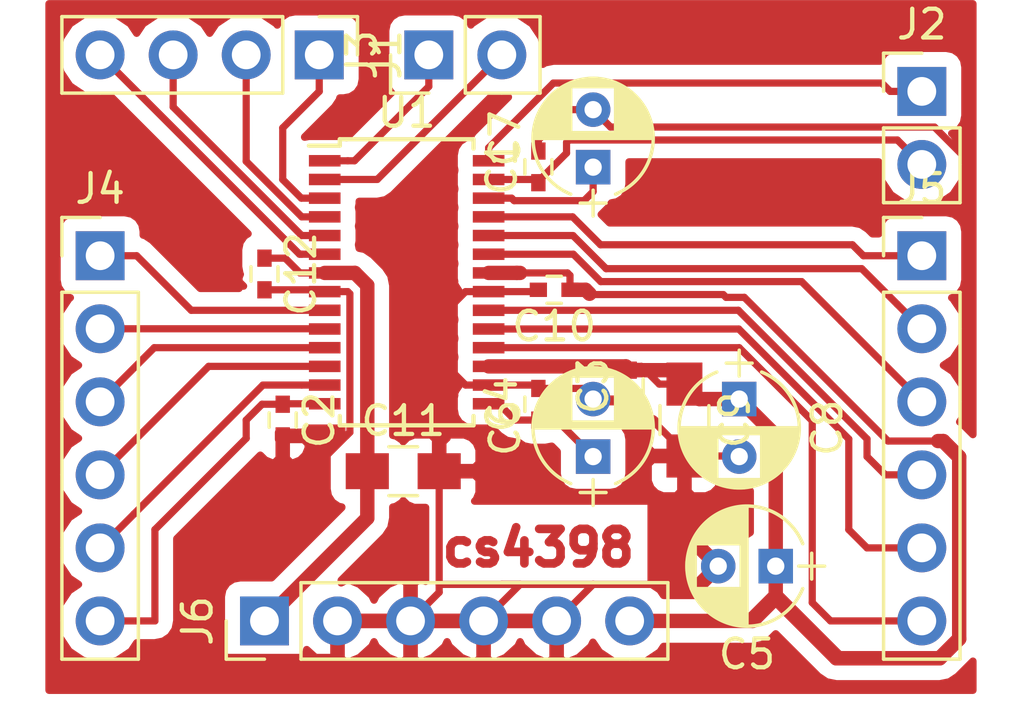
<source format=kicad_pcb>
(kicad_pcb (version 4) (host pcbnew 4.0.6)

  (general
    (links 53)
    (no_connects 0)
    (area 117.727857 99.565 153.512381 124.69)
    (thickness 1.6)
    (drawings 1)
    (tracks 206)
    (zones 0)
    (modules 19)
    (nets 26)
  )

  (page A4)
  (layers
    (0 F.Cu signal)
    (31 B.Cu signal)
    (32 B.Adhes user)
    (33 F.Adhes user)
    (34 B.Paste user)
    (35 F.Paste user)
    (36 B.SilkS user)
    (37 F.SilkS user)
    (38 B.Mask user)
    (39 F.Mask user)
    (40 Dwgs.User user)
    (41 Cmts.User user)
    (42 Eco1.User user)
    (43 Eco2.User user)
    (44 Edge.Cuts user)
    (45 Margin user)
    (46 B.CrtYd user)
    (47 F.CrtYd user)
    (48 B.Fab user)
    (49 F.Fab user)
  )

  (setup
    (last_trace_width 0.25)
    (user_trace_width 0.4)
    (user_trace_width 0.5)
    (user_trace_width 0.7)
    (trace_clearance 0.2)
    (zone_clearance 0.508)
    (zone_45_only no)
    (trace_min 0.2)
    (segment_width 0.2)
    (edge_width 0.15)
    (via_size 0.6)
    (via_drill 0.4)
    (via_min_size 0.4)
    (via_min_drill 0.3)
    (uvia_size 0.3)
    (uvia_drill 0.1)
    (uvias_allowed no)
    (uvia_min_size 0.2)
    (uvia_min_drill 0.1)
    (pcb_text_width 0.3)
    (pcb_text_size 1.5 1.5)
    (mod_edge_width 0.15)
    (mod_text_size 1 1)
    (mod_text_width 0.15)
    (pad_size 1.524 1.524)
    (pad_drill 0.762)
    (pad_to_mask_clearance 0.2)
    (aux_axis_origin 0 0)
    (visible_elements FFFFFF7F)
    (pcbplotparams
      (layerselection 0x00000_00000001)
      (usegerberextensions false)
      (excludeedgelayer true)
      (linewidth 0.100000)
      (plotframeref false)
      (viasonmask false)
      (mode 1)
      (useauxorigin false)
      (hpglpennumber 1)
      (hpglpenspeed 20)
      (hpglpendiameter 15)
      (hpglpenoverlay 2)
      (psnegative true)
      (psa4output false)
      (plotreference true)
      (plotvalue true)
      (plotinvisibletext false)
      (padsonsilk false)
      (subtractmaskfromsilk false)
      (outputformat 5)
      (mirror true)
      (drillshape 1)
      (scaleselection 1)
      (outputdirectory svg))
  )

  (net 0 "")
  (net 1 "Net-(C1-Pad1)")
  (net 2 GND)
  (net 3 "Net-(C2-Pad1)")
  (net 4 +5V)
  (net 5 "Net-(C4-Pad1)")
  (net 6 "Net-(C7-Pad1)")
  (net 7 +3V3)
  (net 8 "Net-(J1-Pad1)")
  (net 9 "Net-(J1-Pad2)")
  (net 10 "Net-(J1-Pad3)")
  (net 11 "Net-(J1-Pad4)")
  (net 12 "Net-(J2-Pad1)")
  (net 13 "Net-(J3-Pad1)")
  (net 14 "Net-(J3-Pad2)")
  (net 15 "Net-(J4-Pad1)")
  (net 16 "Net-(J4-Pad2)")
  (net 17 "Net-(J4-Pad3)")
  (net 18 "Net-(J4-Pad4)")
  (net 19 "Net-(J4-Pad5)")
  (net 20 "Net-(J5-Pad1)")
  (net 21 "Net-(J5-Pad2)")
  (net 22 "Net-(J5-Pad3)")
  (net 23 "Net-(J5-Pad4)")
  (net 24 "Net-(J5-Pad5)")
  (net 25 "Net-(J5-Pad6)")

  (net_class Default "This is the default net class."
    (clearance 0.2)
    (trace_width 0.25)
    (via_dia 0.6)
    (via_drill 0.4)
    (uvia_dia 0.3)
    (uvia_drill 0.1)
    (add_net +3V3)
    (add_net +5V)
    (add_net GND)
    (add_net "Net-(C1-Pad1)")
    (add_net "Net-(C2-Pad1)")
    (add_net "Net-(C4-Pad1)")
    (add_net "Net-(C7-Pad1)")
    (add_net "Net-(J1-Pad1)")
    (add_net "Net-(J1-Pad2)")
    (add_net "Net-(J1-Pad3)")
    (add_net "Net-(J1-Pad4)")
    (add_net "Net-(J2-Pad1)")
    (add_net "Net-(J3-Pad1)")
    (add_net "Net-(J3-Pad2)")
    (add_net "Net-(J4-Pad1)")
    (add_net "Net-(J4-Pad2)")
    (add_net "Net-(J4-Pad3)")
    (add_net "Net-(J4-Pad4)")
    (add_net "Net-(J4-Pad5)")
    (add_net "Net-(J5-Pad1)")
    (add_net "Net-(J5-Pad2)")
    (add_net "Net-(J5-Pad3)")
    (add_net "Net-(J5-Pad4)")
    (add_net "Net-(J5-Pad5)")
    (add_net "Net-(J5-Pad6)")
  )

  (module Capacitors_SMD:C_0402 (layer F.Cu) (tedit 58AA841A) (tstamp 58E9400A)
    (at 136.525 105.495 90)
    (descr "Capacitor SMD 0402, reflow soldering, AVX (see smccp.pdf)")
    (tags "capacitor 0402")
    (path /58DD822B)
    (attr smd)
    (fp_text reference C1 (at 0 -1.27 90) (layer F.SilkS)
      (effects (font (size 1 1) (thickness 0.15)))
    )
    (fp_text value 0.1uF (at 0 1.27 90) (layer F.Fab)
      (effects (font (size 1 1) (thickness 0.15)))
    )
    (fp_text user %R (at 0 -1.27 90) (layer F.Fab)
      (effects (font (size 1 1) (thickness 0.15)))
    )
    (fp_line (start -0.5 0.25) (end -0.5 -0.25) (layer F.Fab) (width 0.1))
    (fp_line (start 0.5 0.25) (end -0.5 0.25) (layer F.Fab) (width 0.1))
    (fp_line (start 0.5 -0.25) (end 0.5 0.25) (layer F.Fab) (width 0.1))
    (fp_line (start -0.5 -0.25) (end 0.5 -0.25) (layer F.Fab) (width 0.1))
    (fp_line (start 0.25 -0.47) (end -0.25 -0.47) (layer F.SilkS) (width 0.12))
    (fp_line (start -0.25 0.47) (end 0.25 0.47) (layer F.SilkS) (width 0.12))
    (fp_line (start -1 -0.4) (end 1 -0.4) (layer F.CrtYd) (width 0.05))
    (fp_line (start -1 -0.4) (end -1 0.4) (layer F.CrtYd) (width 0.05))
    (fp_line (start 1 0.4) (end 1 -0.4) (layer F.CrtYd) (width 0.05))
    (fp_line (start 1 0.4) (end -1 0.4) (layer F.CrtYd) (width 0.05))
    (pad 1 smd rect (at -0.55 0 90) (size 0.6 0.5) (layers F.Cu F.Paste F.Mask)
      (net 1 "Net-(C1-Pad1)"))
    (pad 2 smd rect (at 0.55 0 90) (size 0.6 0.5) (layers F.Cu F.Paste F.Mask)
      (net 2 GND))
    (model Capacitors_SMD.3dshapes/C_0402.wrl
      (at (xyz 0 0 0))
      (scale (xyz 1 1 1))
      (rotate (xyz 0 0 0))
    )
  )

  (module Housings_SSOP:TSSOP-28_4.4x9.7mm_Pitch0.65mm (layer F.Cu) (tedit 54130A77) (tstamp 58E9409B)
    (at 131.9455 109.508)
    (descr "TSSOP28: plastic thin shrink small outline package; 28 leads; body width 4.4 mm; (see NXP SSOP-TSSOP-VSO-REFLOW.pdf and sot361-1_po.pdf)")
    (tags "SSOP 0.65")
    (path /58DD629A)
    (attr smd)
    (fp_text reference U1 (at 0 -5.9) (layer F.SilkS)
      (effects (font (size 1 1) (thickness 0.15)))
    )
    (fp_text value CS4398 (at 0 5.9) (layer F.Fab)
      (effects (font (size 1 1) (thickness 0.15)))
    )
    (fp_line (start -1.2 -4.85) (end 2.2 -4.85) (layer F.Fab) (width 0.15))
    (fp_line (start 2.2 -4.85) (end 2.2 4.85) (layer F.Fab) (width 0.15))
    (fp_line (start 2.2 4.85) (end -2.2 4.85) (layer F.Fab) (width 0.15))
    (fp_line (start -2.2 4.85) (end -2.2 -3.85) (layer F.Fab) (width 0.15))
    (fp_line (start -2.2 -3.85) (end -1.2 -4.85) (layer F.Fab) (width 0.15))
    (fp_line (start -3.65 -5.15) (end -3.65 5.15) (layer F.CrtYd) (width 0.05))
    (fp_line (start 3.65 -5.15) (end 3.65 5.15) (layer F.CrtYd) (width 0.05))
    (fp_line (start -3.65 -5.15) (end 3.65 -5.15) (layer F.CrtYd) (width 0.05))
    (fp_line (start -3.65 5.15) (end 3.65 5.15) (layer F.CrtYd) (width 0.05))
    (fp_line (start -2.325 -4.975) (end -2.325 -4.75) (layer F.SilkS) (width 0.15))
    (fp_line (start 2.325 -4.975) (end 2.325 -4.65) (layer F.SilkS) (width 0.15))
    (fp_line (start 2.325 4.975) (end 2.325 4.65) (layer F.SilkS) (width 0.15))
    (fp_line (start -2.325 4.975) (end -2.325 4.65) (layer F.SilkS) (width 0.15))
    (fp_line (start -2.325 -4.975) (end 2.325 -4.975) (layer F.SilkS) (width 0.15))
    (fp_line (start -2.325 4.975) (end 2.325 4.975) (layer F.SilkS) (width 0.15))
    (fp_line (start -2.325 -4.75) (end -3.4 -4.75) (layer F.SilkS) (width 0.15))
    (pad 1 smd rect (at -2.85 -4.225) (size 1.1 0.4) (layers F.Cu F.Paste F.Mask)
      (net 13 "Net-(J3-Pad1)"))
    (pad 2 smd rect (at -2.85 -3.575) (size 1.1 0.4) (layers F.Cu F.Paste F.Mask)
      (net 14 "Net-(J3-Pad2)"))
    (pad 3 smd rect (at -2.85 -2.925) (size 1.1 0.4) (layers F.Cu F.Paste F.Mask)
      (net 8 "Net-(J1-Pad1)"))
    (pad 4 smd rect (at -2.85 -2.275) (size 1.1 0.4) (layers F.Cu F.Paste F.Mask)
      (net 9 "Net-(J1-Pad2)"))
    (pad 5 smd rect (at -2.85 -1.625) (size 1.1 0.4) (layers F.Cu F.Paste F.Mask)
      (net 10 "Net-(J1-Pad3)"))
    (pad 6 smd rect (at -2.85 -0.975) (size 1.1 0.4) (layers F.Cu F.Paste F.Mask)
      (net 11 "Net-(J1-Pad4)"))
    (pad 7 smd rect (at -2.85 -0.325) (size 1.1 0.4) (layers F.Cu F.Paste F.Mask)
      (net 7 +3V3))
    (pad 8 smd rect (at -2.85 0.325) (size 1.1 0.4) (layers F.Cu F.Paste F.Mask)
      (net 2 GND))
    (pad 9 smd rect (at -2.85 0.975) (size 1.1 0.4) (layers F.Cu F.Paste F.Mask)
      (net 15 "Net-(J4-Pad1)"))
    (pad 10 smd rect (at -2.85 1.625) (size 1.1 0.4) (layers F.Cu F.Paste F.Mask)
      (net 16 "Net-(J4-Pad2)"))
    (pad 11 smd rect (at -2.85 2.275) (size 1.1 0.4) (layers F.Cu F.Paste F.Mask)
      (net 17 "Net-(J4-Pad3)"))
    (pad 12 smd rect (at -2.85 2.925) (size 1.1 0.4) (layers F.Cu F.Paste F.Mask)
      (net 18 "Net-(J4-Pad4)"))
    (pad 13 smd rect (at -2.85 3.575) (size 1.1 0.4) (layers F.Cu F.Paste F.Mask)
      (net 19 "Net-(J4-Pad5)"))
    (pad 14 smd rect (at -2.85 4.225) (size 1.1 0.4) (layers F.Cu F.Paste F.Mask)
      (net 3 "Net-(C2-Pad1)"))
    (pad 15 smd rect (at 2.85 4.225) (size 1.1 0.4) (layers F.Cu F.Paste F.Mask)
      (net 5 "Net-(C4-Pad1)"))
    (pad 16 smd rect (at 2.85 3.575) (size 1.1 0.4) (layers F.Cu F.Paste F.Mask)
      (net 2 GND))
    (pad 17 smd rect (at 2.85 2.925) (size 1.1 0.4) (layers F.Cu F.Paste F.Mask)
      (net 4 +5V))
    (pad 18 smd rect (at 2.85 2.275) (size 1.1 0.4) (layers F.Cu F.Paste F.Mask)
      (net 25 "Net-(J5-Pad6)"))
    (pad 19 smd rect (at 2.85 1.625) (size 1.1 0.4) (layers F.Cu F.Paste F.Mask)
      (net 24 "Net-(J5-Pad5)"))
    (pad 20 smd rect (at 2.85 0.975) (size 1.1 0.4) (layers F.Cu F.Paste F.Mask)
      (net 23 "Net-(J5-Pad4)"))
    (pad 21 smd rect (at 2.85 0.325) (size 1.1 0.4) (layers F.Cu F.Paste F.Mask)
      (net 2 GND))
    (pad 22 smd rect (at 2.85 -0.325) (size 1.1 0.4) (layers F.Cu F.Paste F.Mask)
      (net 4 +5V))
    (pad 23 smd rect (at 2.85 -0.975) (size 1.1 0.4) (layers F.Cu F.Paste F.Mask)
      (net 22 "Net-(J5-Pad3)"))
    (pad 24 smd rect (at 2.85 -1.625) (size 1.1 0.4) (layers F.Cu F.Paste F.Mask)
      (net 21 "Net-(J5-Pad2)"))
    (pad 25 smd rect (at 2.85 -2.275) (size 1.1 0.4) (layers F.Cu F.Paste F.Mask)
      (net 20 "Net-(J5-Pad1)"))
    (pad 26 smd rect (at 2.85 -2.925) (size 1.1 0.4) (layers F.Cu F.Paste F.Mask)
      (net 6 "Net-(C7-Pad1)"))
    (pad 27 smd rect (at 2.85 -3.575) (size 1.1 0.4) (layers F.Cu F.Paste F.Mask)
      (net 1 "Net-(C1-Pad1)"))
    (pad 28 smd rect (at 2.85 -4.225) (size 1.1 0.4) (layers F.Cu F.Paste F.Mask)
      (net 12 "Net-(J2-Pad1)"))
    (model Housings_SSOP.3dshapes/TSSOP-28_4.4x9.7mm_Pitch0.65mm.wrl
      (at (xyz 0 0 0))
      (scale (xyz 1 1 1))
      (rotate (xyz 0 0 0))
    )
  )

  (module Capacitors_SMD:C_0402 (layer F.Cu) (tedit 58AA841A) (tstamp 58E9404C)
    (at 127 109.22 270)
    (descr "Capacitor SMD 0402, reflow soldering, AVX (see smccp.pdf)")
    (tags "capacitor 0402")
    (path /58DD7DC1)
    (attr smd)
    (fp_text reference C12 (at 0 -1.27 270) (layer F.SilkS)
      (effects (font (size 1 1) (thickness 0.15)))
    )
    (fp_text value 0.1uF (at 0 1.27 270) (layer F.Fab)
      (effects (font (size 1 1) (thickness 0.15)))
    )
    (fp_text user %R (at 0 -1.27 270) (layer F.Fab)
      (effects (font (size 1 1) (thickness 0.15)))
    )
    (fp_line (start -0.5 0.25) (end -0.5 -0.25) (layer F.Fab) (width 0.1))
    (fp_line (start 0.5 0.25) (end -0.5 0.25) (layer F.Fab) (width 0.1))
    (fp_line (start 0.5 -0.25) (end 0.5 0.25) (layer F.Fab) (width 0.1))
    (fp_line (start -0.5 -0.25) (end 0.5 -0.25) (layer F.Fab) (width 0.1))
    (fp_line (start 0.25 -0.47) (end -0.25 -0.47) (layer F.SilkS) (width 0.12))
    (fp_line (start -0.25 0.47) (end 0.25 0.47) (layer F.SilkS) (width 0.12))
    (fp_line (start -1 -0.4) (end 1 -0.4) (layer F.CrtYd) (width 0.05))
    (fp_line (start -1 -0.4) (end -1 0.4) (layer F.CrtYd) (width 0.05))
    (fp_line (start 1 0.4) (end 1 -0.4) (layer F.CrtYd) (width 0.05))
    (fp_line (start 1 0.4) (end -1 0.4) (layer F.CrtYd) (width 0.05))
    (pad 1 smd rect (at -0.55 0 270) (size 0.6 0.5) (layers F.Cu F.Paste F.Mask)
      (net 7 +3V3))
    (pad 2 smd rect (at 0.55 0 270) (size 0.6 0.5) (layers F.Cu F.Paste F.Mask)
      (net 2 GND))
    (model Capacitors_SMD.3dshapes/C_0402.wrl
      (at (xyz 0 0 0))
      (scale (xyz 1 1 1))
      (rotate (xyz 0 0 0))
    )
  )

  (module Capacitors_SMD:C_0402 (layer F.Cu) (tedit 58AA841A) (tstamp 58E94010)
    (at 127.635 114.3 270)
    (descr "Capacitor SMD 0402, reflow soldering, AVX (see smccp.pdf)")
    (tags "capacitor 0402")
    (path /58DD7F8A)
    (attr smd)
    (fp_text reference C2 (at 0 -1.27 270) (layer F.SilkS)
      (effects (font (size 1 1) (thickness 0.15)))
    )
    (fp_text value 0.1uF (at 0 1.27 270) (layer F.Fab)
      (effects (font (size 1 1) (thickness 0.15)))
    )
    (fp_text user %R (at 0 -1.27 270) (layer F.Fab)
      (effects (font (size 1 1) (thickness 0.15)))
    )
    (fp_line (start -0.5 0.25) (end -0.5 -0.25) (layer F.Fab) (width 0.1))
    (fp_line (start 0.5 0.25) (end -0.5 0.25) (layer F.Fab) (width 0.1))
    (fp_line (start 0.5 -0.25) (end 0.5 0.25) (layer F.Fab) (width 0.1))
    (fp_line (start -0.5 -0.25) (end 0.5 -0.25) (layer F.Fab) (width 0.1))
    (fp_line (start 0.25 -0.47) (end -0.25 -0.47) (layer F.SilkS) (width 0.12))
    (fp_line (start -0.25 0.47) (end 0.25 0.47) (layer F.SilkS) (width 0.12))
    (fp_line (start -1 -0.4) (end 1 -0.4) (layer F.CrtYd) (width 0.05))
    (fp_line (start -1 -0.4) (end -1 0.4) (layer F.CrtYd) (width 0.05))
    (fp_line (start 1 0.4) (end 1 -0.4) (layer F.CrtYd) (width 0.05))
    (fp_line (start 1 0.4) (end -1 0.4) (layer F.CrtYd) (width 0.05))
    (pad 1 smd rect (at -0.55 0 270) (size 0.6 0.5) (layers F.Cu F.Paste F.Mask)
      (net 3 "Net-(C2-Pad1)"))
    (pad 2 smd rect (at 0.55 0 270) (size 0.6 0.5) (layers F.Cu F.Paste F.Mask)
      (net 2 GND))
    (model Capacitors_SMD.3dshapes/C_0402.wrl
      (at (xyz 0 0 0))
      (scale (xyz 1 1 1))
      (rotate (xyz 0 0 0))
    )
  )

  (module Capacitors_SMD:C_0402 (layer F.Cu) (tedit 58AA841A) (tstamp 58E94016)
    (at 139.7 113.115 90)
    (descr "Capacitor SMD 0402, reflow soldering, AVX (see smccp.pdf)")
    (tags "capacitor 0402")
    (path /58DD6C11)
    (attr smd)
    (fp_text reference C3 (at 0 -1.27 90) (layer F.SilkS)
      (effects (font (size 1 1) (thickness 0.15)))
    )
    (fp_text value 0.1uF (at 0 1.27 90) (layer F.Fab)
      (effects (font (size 1 1) (thickness 0.15)))
    )
    (fp_text user %R (at 0 -1.27 90) (layer F.Fab)
      (effects (font (size 1 1) (thickness 0.15)))
    )
    (fp_line (start -0.5 0.25) (end -0.5 -0.25) (layer F.Fab) (width 0.1))
    (fp_line (start 0.5 0.25) (end -0.5 0.25) (layer F.Fab) (width 0.1))
    (fp_line (start 0.5 -0.25) (end 0.5 0.25) (layer F.Fab) (width 0.1))
    (fp_line (start -0.5 -0.25) (end 0.5 -0.25) (layer F.Fab) (width 0.1))
    (fp_line (start 0.25 -0.47) (end -0.25 -0.47) (layer F.SilkS) (width 0.12))
    (fp_line (start -0.25 0.47) (end 0.25 0.47) (layer F.SilkS) (width 0.12))
    (fp_line (start -1 -0.4) (end 1 -0.4) (layer F.CrtYd) (width 0.05))
    (fp_line (start -1 -0.4) (end -1 0.4) (layer F.CrtYd) (width 0.05))
    (fp_line (start 1 0.4) (end 1 -0.4) (layer F.CrtYd) (width 0.05))
    (fp_line (start 1 0.4) (end -1 0.4) (layer F.CrtYd) (width 0.05))
    (pad 1 smd rect (at -0.55 0 90) (size 0.6 0.5) (layers F.Cu F.Paste F.Mask)
      (net 2 GND))
    (pad 2 smd rect (at 0.55 0 90) (size 0.6 0.5) (layers F.Cu F.Paste F.Mask)
      (net 4 +5V))
    (model Capacitors_SMD.3dshapes/C_0402.wrl
      (at (xyz 0 0 0))
      (scale (xyz 1 1 1))
      (rotate (xyz 0 0 0))
    )
  )

  (module Capacitors_SMD:C_0402 (layer F.Cu) (tedit 58AA841A) (tstamp 58E9401C)
    (at 136.525 113.75 90)
    (descr "Capacitor SMD 0402, reflow soldering, AVX (see smccp.pdf)")
    (tags "capacitor 0402")
    (path /58DD6BEC)
    (attr smd)
    (fp_text reference C4 (at 0 -1.27 90) (layer F.SilkS)
      (effects (font (size 1 1) (thickness 0.15)))
    )
    (fp_text value 0.1uF (at 0 1.27 90) (layer F.Fab)
      (effects (font (size 1 1) (thickness 0.15)))
    )
    (fp_text user %R (at 0 -1.27 90) (layer F.Fab)
      (effects (font (size 1 1) (thickness 0.15)))
    )
    (fp_line (start -0.5 0.25) (end -0.5 -0.25) (layer F.Fab) (width 0.1))
    (fp_line (start 0.5 0.25) (end -0.5 0.25) (layer F.Fab) (width 0.1))
    (fp_line (start 0.5 -0.25) (end 0.5 0.25) (layer F.Fab) (width 0.1))
    (fp_line (start -0.5 -0.25) (end 0.5 -0.25) (layer F.Fab) (width 0.1))
    (fp_line (start 0.25 -0.47) (end -0.25 -0.47) (layer F.SilkS) (width 0.12))
    (fp_line (start -0.25 0.47) (end 0.25 0.47) (layer F.SilkS) (width 0.12))
    (fp_line (start -1 -0.4) (end 1 -0.4) (layer F.CrtYd) (width 0.05))
    (fp_line (start -1 -0.4) (end -1 0.4) (layer F.CrtYd) (width 0.05))
    (fp_line (start 1 0.4) (end 1 -0.4) (layer F.CrtYd) (width 0.05))
    (fp_line (start 1 0.4) (end -1 0.4) (layer F.CrtYd) (width 0.05))
    (pad 1 smd rect (at -0.55 0 90) (size 0.6 0.5) (layers F.Cu F.Paste F.Mask)
      (net 5 "Net-(C4-Pad1)"))
    (pad 2 smd rect (at 0.55 0 90) (size 0.6 0.5) (layers F.Cu F.Paste F.Mask)
      (net 2 GND))
    (model Capacitors_SMD.3dshapes/C_0402.wrl
      (at (xyz 0 0 0))
      (scale (xyz 1 1 1))
      (rotate (xyz 0 0 0))
    )
  )

  (module Capacitors_THT:CP_Radial_D4.0mm_P2.00mm (layer F.Cu) (tedit 58765D06) (tstamp 58E94022)
    (at 144.78 119.38 180)
    (descr "CP, Radial series, Radial, pin pitch=2.00mm, , diameter=4mm, Electrolytic Capacitor")
    (tags "CP Radial series Radial pin pitch 2.00mm  diameter 4mm Electrolytic Capacitor")
    (path /58DD6CC2)
    (fp_text reference C5 (at 1 -3.06 180) (layer F.SilkS)
      (effects (font (size 1 1) (thickness 0.15)))
    )
    (fp_text value 33uF (at 1 3.06 180) (layer F.Fab)
      (effects (font (size 1 1) (thickness 0.15)))
    )
    (fp_arc (start 1 0) (end -0.938995 -0.78) (angle 136.2) (layer F.SilkS) (width 0.12))
    (fp_arc (start 1 0) (end -0.938995 0.78) (angle -136.2) (layer F.SilkS) (width 0.12))
    (fp_arc (start 1 0) (end 2.938995 -0.78) (angle 43.8) (layer F.SilkS) (width 0.12))
    (fp_circle (center 1 0) (end 3 0) (layer F.Fab) (width 0.1))
    (fp_line (start -1.7 0) (end -0.8 0) (layer F.Fab) (width 0.1))
    (fp_line (start -1.25 -0.45) (end -1.25 0.45) (layer F.Fab) (width 0.1))
    (fp_line (start 1 -2.05) (end 1 2.05) (layer F.SilkS) (width 0.12))
    (fp_line (start 1.04 -2.05) (end 1.04 2.05) (layer F.SilkS) (width 0.12))
    (fp_line (start 1.08 -2.049) (end 1.08 2.049) (layer F.SilkS) (width 0.12))
    (fp_line (start 1.12 -2.047) (end 1.12 2.047) (layer F.SilkS) (width 0.12))
    (fp_line (start 1.16 -2.044) (end 1.16 2.044) (layer F.SilkS) (width 0.12))
    (fp_line (start 1.2 -2.041) (end 1.2 2.041) (layer F.SilkS) (width 0.12))
    (fp_line (start 1.24 -2.037) (end 1.24 -0.78) (layer F.SilkS) (width 0.12))
    (fp_line (start 1.24 0.78) (end 1.24 2.037) (layer F.SilkS) (width 0.12))
    (fp_line (start 1.28 -2.032) (end 1.28 -0.78) (layer F.SilkS) (width 0.12))
    (fp_line (start 1.28 0.78) (end 1.28 2.032) (layer F.SilkS) (width 0.12))
    (fp_line (start 1.32 -2.026) (end 1.32 -0.78) (layer F.SilkS) (width 0.12))
    (fp_line (start 1.32 0.78) (end 1.32 2.026) (layer F.SilkS) (width 0.12))
    (fp_line (start 1.36 -2.019) (end 1.36 -0.78) (layer F.SilkS) (width 0.12))
    (fp_line (start 1.36 0.78) (end 1.36 2.019) (layer F.SilkS) (width 0.12))
    (fp_line (start 1.4 -2.012) (end 1.4 -0.78) (layer F.SilkS) (width 0.12))
    (fp_line (start 1.4 0.78) (end 1.4 2.012) (layer F.SilkS) (width 0.12))
    (fp_line (start 1.44 -2.004) (end 1.44 -0.78) (layer F.SilkS) (width 0.12))
    (fp_line (start 1.44 0.78) (end 1.44 2.004) (layer F.SilkS) (width 0.12))
    (fp_line (start 1.48 -1.995) (end 1.48 -0.78) (layer F.SilkS) (width 0.12))
    (fp_line (start 1.48 0.78) (end 1.48 1.995) (layer F.SilkS) (width 0.12))
    (fp_line (start 1.52 -1.985) (end 1.52 -0.78) (layer F.SilkS) (width 0.12))
    (fp_line (start 1.52 0.78) (end 1.52 1.985) (layer F.SilkS) (width 0.12))
    (fp_line (start 1.56 -1.974) (end 1.56 -0.78) (layer F.SilkS) (width 0.12))
    (fp_line (start 1.56 0.78) (end 1.56 1.974) (layer F.SilkS) (width 0.12))
    (fp_line (start 1.6 -1.963) (end 1.6 -0.78) (layer F.SilkS) (width 0.12))
    (fp_line (start 1.6 0.78) (end 1.6 1.963) (layer F.SilkS) (width 0.12))
    (fp_line (start 1.64 -1.95) (end 1.64 -0.78) (layer F.SilkS) (width 0.12))
    (fp_line (start 1.64 0.78) (end 1.64 1.95) (layer F.SilkS) (width 0.12))
    (fp_line (start 1.68 -1.937) (end 1.68 -0.78) (layer F.SilkS) (width 0.12))
    (fp_line (start 1.68 0.78) (end 1.68 1.937) (layer F.SilkS) (width 0.12))
    (fp_line (start 1.721 -1.923) (end 1.721 -0.78) (layer F.SilkS) (width 0.12))
    (fp_line (start 1.721 0.78) (end 1.721 1.923) (layer F.SilkS) (width 0.12))
    (fp_line (start 1.761 -1.907) (end 1.761 -0.78) (layer F.SilkS) (width 0.12))
    (fp_line (start 1.761 0.78) (end 1.761 1.907) (layer F.SilkS) (width 0.12))
    (fp_line (start 1.801 -1.891) (end 1.801 -0.78) (layer F.SilkS) (width 0.12))
    (fp_line (start 1.801 0.78) (end 1.801 1.891) (layer F.SilkS) (width 0.12))
    (fp_line (start 1.841 -1.874) (end 1.841 -0.78) (layer F.SilkS) (width 0.12))
    (fp_line (start 1.841 0.78) (end 1.841 1.874) (layer F.SilkS) (width 0.12))
    (fp_line (start 1.881 -1.856) (end 1.881 -0.78) (layer F.SilkS) (width 0.12))
    (fp_line (start 1.881 0.78) (end 1.881 1.856) (layer F.SilkS) (width 0.12))
    (fp_line (start 1.921 -1.837) (end 1.921 -0.78) (layer F.SilkS) (width 0.12))
    (fp_line (start 1.921 0.78) (end 1.921 1.837) (layer F.SilkS) (width 0.12))
    (fp_line (start 1.961 -1.817) (end 1.961 -0.78) (layer F.SilkS) (width 0.12))
    (fp_line (start 1.961 0.78) (end 1.961 1.817) (layer F.SilkS) (width 0.12))
    (fp_line (start 2.001 -1.796) (end 2.001 -0.78) (layer F.SilkS) (width 0.12))
    (fp_line (start 2.001 0.78) (end 2.001 1.796) (layer F.SilkS) (width 0.12))
    (fp_line (start 2.041 -1.773) (end 2.041 -0.78) (layer F.SilkS) (width 0.12))
    (fp_line (start 2.041 0.78) (end 2.041 1.773) (layer F.SilkS) (width 0.12))
    (fp_line (start 2.081 -1.75) (end 2.081 -0.78) (layer F.SilkS) (width 0.12))
    (fp_line (start 2.081 0.78) (end 2.081 1.75) (layer F.SilkS) (width 0.12))
    (fp_line (start 2.121 -1.725) (end 2.121 -0.78) (layer F.SilkS) (width 0.12))
    (fp_line (start 2.121 0.78) (end 2.121 1.725) (layer F.SilkS) (width 0.12))
    (fp_line (start 2.161 -1.699) (end 2.161 -0.78) (layer F.SilkS) (width 0.12))
    (fp_line (start 2.161 0.78) (end 2.161 1.699) (layer F.SilkS) (width 0.12))
    (fp_line (start 2.201 -1.672) (end 2.201 -0.78) (layer F.SilkS) (width 0.12))
    (fp_line (start 2.201 0.78) (end 2.201 1.672) (layer F.SilkS) (width 0.12))
    (fp_line (start 2.241 -1.643) (end 2.241 -0.78) (layer F.SilkS) (width 0.12))
    (fp_line (start 2.241 0.78) (end 2.241 1.643) (layer F.SilkS) (width 0.12))
    (fp_line (start 2.281 -1.613) (end 2.281 -0.78) (layer F.SilkS) (width 0.12))
    (fp_line (start 2.281 0.78) (end 2.281 1.613) (layer F.SilkS) (width 0.12))
    (fp_line (start 2.321 -1.581) (end 2.321 -0.78) (layer F.SilkS) (width 0.12))
    (fp_line (start 2.321 0.78) (end 2.321 1.581) (layer F.SilkS) (width 0.12))
    (fp_line (start 2.361 -1.547) (end 2.361 -0.78) (layer F.SilkS) (width 0.12))
    (fp_line (start 2.361 0.78) (end 2.361 1.547) (layer F.SilkS) (width 0.12))
    (fp_line (start 2.401 -1.512) (end 2.401 -0.78) (layer F.SilkS) (width 0.12))
    (fp_line (start 2.401 0.78) (end 2.401 1.512) (layer F.SilkS) (width 0.12))
    (fp_line (start 2.441 -1.475) (end 2.441 -0.78) (layer F.SilkS) (width 0.12))
    (fp_line (start 2.441 0.78) (end 2.441 1.475) (layer F.SilkS) (width 0.12))
    (fp_line (start 2.481 -1.436) (end 2.481 -0.78) (layer F.SilkS) (width 0.12))
    (fp_line (start 2.481 0.78) (end 2.481 1.436) (layer F.SilkS) (width 0.12))
    (fp_line (start 2.521 -1.395) (end 2.521 -0.78) (layer F.SilkS) (width 0.12))
    (fp_line (start 2.521 0.78) (end 2.521 1.395) (layer F.SilkS) (width 0.12))
    (fp_line (start 2.561 -1.351) (end 2.561 -0.78) (layer F.SilkS) (width 0.12))
    (fp_line (start 2.561 0.78) (end 2.561 1.351) (layer F.SilkS) (width 0.12))
    (fp_line (start 2.601 -1.305) (end 2.601 -0.78) (layer F.SilkS) (width 0.12))
    (fp_line (start 2.601 0.78) (end 2.601 1.305) (layer F.SilkS) (width 0.12))
    (fp_line (start 2.641 -1.256) (end 2.641 -0.78) (layer F.SilkS) (width 0.12))
    (fp_line (start 2.641 0.78) (end 2.641 1.256) (layer F.SilkS) (width 0.12))
    (fp_line (start 2.681 -1.204) (end 2.681 -0.78) (layer F.SilkS) (width 0.12))
    (fp_line (start 2.681 0.78) (end 2.681 1.204) (layer F.SilkS) (width 0.12))
    (fp_line (start 2.721 -1.148) (end 2.721 -0.78) (layer F.SilkS) (width 0.12))
    (fp_line (start 2.721 0.78) (end 2.721 1.148) (layer F.SilkS) (width 0.12))
    (fp_line (start 2.761 -1.088) (end 2.761 -0.78) (layer F.SilkS) (width 0.12))
    (fp_line (start 2.761 0.78) (end 2.761 1.088) (layer F.SilkS) (width 0.12))
    (fp_line (start 2.801 -1.023) (end 2.801 1.023) (layer F.SilkS) (width 0.12))
    (fp_line (start 2.841 -0.952) (end 2.841 0.952) (layer F.SilkS) (width 0.12))
    (fp_line (start 2.881 -0.874) (end 2.881 0.874) (layer F.SilkS) (width 0.12))
    (fp_line (start 2.921 -0.786) (end 2.921 0.786) (layer F.SilkS) (width 0.12))
    (fp_line (start 2.961 -0.686) (end 2.961 0.686) (layer F.SilkS) (width 0.12))
    (fp_line (start 3.001 -0.567) (end 3.001 0.567) (layer F.SilkS) (width 0.12))
    (fp_line (start 3.041 -0.415) (end 3.041 0.415) (layer F.SilkS) (width 0.12))
    (fp_line (start 3.081 -0.165) (end 3.081 0.165) (layer F.SilkS) (width 0.12))
    (fp_line (start -1.7 0) (end -0.8 0) (layer F.SilkS) (width 0.12))
    (fp_line (start -1.25 -0.45) (end -1.25 0.45) (layer F.SilkS) (width 0.12))
    (fp_line (start -1.35 -2.35) (end -1.35 2.35) (layer F.CrtYd) (width 0.05))
    (fp_line (start -1.35 2.35) (end 3.35 2.35) (layer F.CrtYd) (width 0.05))
    (fp_line (start 3.35 2.35) (end 3.35 -2.35) (layer F.CrtYd) (width 0.05))
    (fp_line (start 3.35 -2.35) (end -1.35 -2.35) (layer F.CrtYd) (width 0.05))
    (pad 1 thru_hole rect (at 0 0 180) (size 1.2 1.2) (drill 0.6) (layers *.Cu *.Mask)
      (net 4 +5V))
    (pad 2 thru_hole circle (at 2 0 180) (size 1.2 1.2) (drill 0.6) (layers *.Cu *.Mask)
      (net 2 GND))
    (model Capacitors_THT.3dshapes/CP_Radial_D4.0mm_P2.00mm.wrl
      (at (xyz 0 0 0))
      (scale (xyz 0.393701 0.393701 0.393701))
      (rotate (xyz 0 0 0))
    )
  )

  (module Capacitors_THT:CP_Radial_D4.0mm_P2.00mm (layer F.Cu) (tedit 58765D06) (tstamp 58E94028)
    (at 138.43 115.57 90)
    (descr "CP, Radial series, Radial, pin pitch=2.00mm, , diameter=4mm, Electrolytic Capacitor")
    (tags "CP Radial series Radial pin pitch 2.00mm  diameter 4mm Electrolytic Capacitor")
    (path /58DD6C95)
    (fp_text reference C6 (at 1 -3.06 90) (layer F.SilkS)
      (effects (font (size 1 1) (thickness 0.15)))
    )
    (fp_text value 100uF (at 1 3.06 90) (layer F.Fab)
      (effects (font (size 1 1) (thickness 0.15)))
    )
    (fp_arc (start 1 0) (end -0.938995 -0.78) (angle 136.2) (layer F.SilkS) (width 0.12))
    (fp_arc (start 1 0) (end -0.938995 0.78) (angle -136.2) (layer F.SilkS) (width 0.12))
    (fp_arc (start 1 0) (end 2.938995 -0.78) (angle 43.8) (layer F.SilkS) (width 0.12))
    (fp_circle (center 1 0) (end 3 0) (layer F.Fab) (width 0.1))
    (fp_line (start -1.7 0) (end -0.8 0) (layer F.Fab) (width 0.1))
    (fp_line (start -1.25 -0.45) (end -1.25 0.45) (layer F.Fab) (width 0.1))
    (fp_line (start 1 -2.05) (end 1 2.05) (layer F.SilkS) (width 0.12))
    (fp_line (start 1.04 -2.05) (end 1.04 2.05) (layer F.SilkS) (width 0.12))
    (fp_line (start 1.08 -2.049) (end 1.08 2.049) (layer F.SilkS) (width 0.12))
    (fp_line (start 1.12 -2.047) (end 1.12 2.047) (layer F.SilkS) (width 0.12))
    (fp_line (start 1.16 -2.044) (end 1.16 2.044) (layer F.SilkS) (width 0.12))
    (fp_line (start 1.2 -2.041) (end 1.2 2.041) (layer F.SilkS) (width 0.12))
    (fp_line (start 1.24 -2.037) (end 1.24 -0.78) (layer F.SilkS) (width 0.12))
    (fp_line (start 1.24 0.78) (end 1.24 2.037) (layer F.SilkS) (width 0.12))
    (fp_line (start 1.28 -2.032) (end 1.28 -0.78) (layer F.SilkS) (width 0.12))
    (fp_line (start 1.28 0.78) (end 1.28 2.032) (layer F.SilkS) (width 0.12))
    (fp_line (start 1.32 -2.026) (end 1.32 -0.78) (layer F.SilkS) (width 0.12))
    (fp_line (start 1.32 0.78) (end 1.32 2.026) (layer F.SilkS) (width 0.12))
    (fp_line (start 1.36 -2.019) (end 1.36 -0.78) (layer F.SilkS) (width 0.12))
    (fp_line (start 1.36 0.78) (end 1.36 2.019) (layer F.SilkS) (width 0.12))
    (fp_line (start 1.4 -2.012) (end 1.4 -0.78) (layer F.SilkS) (width 0.12))
    (fp_line (start 1.4 0.78) (end 1.4 2.012) (layer F.SilkS) (width 0.12))
    (fp_line (start 1.44 -2.004) (end 1.44 -0.78) (layer F.SilkS) (width 0.12))
    (fp_line (start 1.44 0.78) (end 1.44 2.004) (layer F.SilkS) (width 0.12))
    (fp_line (start 1.48 -1.995) (end 1.48 -0.78) (layer F.SilkS) (width 0.12))
    (fp_line (start 1.48 0.78) (end 1.48 1.995) (layer F.SilkS) (width 0.12))
    (fp_line (start 1.52 -1.985) (end 1.52 -0.78) (layer F.SilkS) (width 0.12))
    (fp_line (start 1.52 0.78) (end 1.52 1.985) (layer F.SilkS) (width 0.12))
    (fp_line (start 1.56 -1.974) (end 1.56 -0.78) (layer F.SilkS) (width 0.12))
    (fp_line (start 1.56 0.78) (end 1.56 1.974) (layer F.SilkS) (width 0.12))
    (fp_line (start 1.6 -1.963) (end 1.6 -0.78) (layer F.SilkS) (width 0.12))
    (fp_line (start 1.6 0.78) (end 1.6 1.963) (layer F.SilkS) (width 0.12))
    (fp_line (start 1.64 -1.95) (end 1.64 -0.78) (layer F.SilkS) (width 0.12))
    (fp_line (start 1.64 0.78) (end 1.64 1.95) (layer F.SilkS) (width 0.12))
    (fp_line (start 1.68 -1.937) (end 1.68 -0.78) (layer F.SilkS) (width 0.12))
    (fp_line (start 1.68 0.78) (end 1.68 1.937) (layer F.SilkS) (width 0.12))
    (fp_line (start 1.721 -1.923) (end 1.721 -0.78) (layer F.SilkS) (width 0.12))
    (fp_line (start 1.721 0.78) (end 1.721 1.923) (layer F.SilkS) (width 0.12))
    (fp_line (start 1.761 -1.907) (end 1.761 -0.78) (layer F.SilkS) (width 0.12))
    (fp_line (start 1.761 0.78) (end 1.761 1.907) (layer F.SilkS) (width 0.12))
    (fp_line (start 1.801 -1.891) (end 1.801 -0.78) (layer F.SilkS) (width 0.12))
    (fp_line (start 1.801 0.78) (end 1.801 1.891) (layer F.SilkS) (width 0.12))
    (fp_line (start 1.841 -1.874) (end 1.841 -0.78) (layer F.SilkS) (width 0.12))
    (fp_line (start 1.841 0.78) (end 1.841 1.874) (layer F.SilkS) (width 0.12))
    (fp_line (start 1.881 -1.856) (end 1.881 -0.78) (layer F.SilkS) (width 0.12))
    (fp_line (start 1.881 0.78) (end 1.881 1.856) (layer F.SilkS) (width 0.12))
    (fp_line (start 1.921 -1.837) (end 1.921 -0.78) (layer F.SilkS) (width 0.12))
    (fp_line (start 1.921 0.78) (end 1.921 1.837) (layer F.SilkS) (width 0.12))
    (fp_line (start 1.961 -1.817) (end 1.961 -0.78) (layer F.SilkS) (width 0.12))
    (fp_line (start 1.961 0.78) (end 1.961 1.817) (layer F.SilkS) (width 0.12))
    (fp_line (start 2.001 -1.796) (end 2.001 -0.78) (layer F.SilkS) (width 0.12))
    (fp_line (start 2.001 0.78) (end 2.001 1.796) (layer F.SilkS) (width 0.12))
    (fp_line (start 2.041 -1.773) (end 2.041 -0.78) (layer F.SilkS) (width 0.12))
    (fp_line (start 2.041 0.78) (end 2.041 1.773) (layer F.SilkS) (width 0.12))
    (fp_line (start 2.081 -1.75) (end 2.081 -0.78) (layer F.SilkS) (width 0.12))
    (fp_line (start 2.081 0.78) (end 2.081 1.75) (layer F.SilkS) (width 0.12))
    (fp_line (start 2.121 -1.725) (end 2.121 -0.78) (layer F.SilkS) (width 0.12))
    (fp_line (start 2.121 0.78) (end 2.121 1.725) (layer F.SilkS) (width 0.12))
    (fp_line (start 2.161 -1.699) (end 2.161 -0.78) (layer F.SilkS) (width 0.12))
    (fp_line (start 2.161 0.78) (end 2.161 1.699) (layer F.SilkS) (width 0.12))
    (fp_line (start 2.201 -1.672) (end 2.201 -0.78) (layer F.SilkS) (width 0.12))
    (fp_line (start 2.201 0.78) (end 2.201 1.672) (layer F.SilkS) (width 0.12))
    (fp_line (start 2.241 -1.643) (end 2.241 -0.78) (layer F.SilkS) (width 0.12))
    (fp_line (start 2.241 0.78) (end 2.241 1.643) (layer F.SilkS) (width 0.12))
    (fp_line (start 2.281 -1.613) (end 2.281 -0.78) (layer F.SilkS) (width 0.12))
    (fp_line (start 2.281 0.78) (end 2.281 1.613) (layer F.SilkS) (width 0.12))
    (fp_line (start 2.321 -1.581) (end 2.321 -0.78) (layer F.SilkS) (width 0.12))
    (fp_line (start 2.321 0.78) (end 2.321 1.581) (layer F.SilkS) (width 0.12))
    (fp_line (start 2.361 -1.547) (end 2.361 -0.78) (layer F.SilkS) (width 0.12))
    (fp_line (start 2.361 0.78) (end 2.361 1.547) (layer F.SilkS) (width 0.12))
    (fp_line (start 2.401 -1.512) (end 2.401 -0.78) (layer F.SilkS) (width 0.12))
    (fp_line (start 2.401 0.78) (end 2.401 1.512) (layer F.SilkS) (width 0.12))
    (fp_line (start 2.441 -1.475) (end 2.441 -0.78) (layer F.SilkS) (width 0.12))
    (fp_line (start 2.441 0.78) (end 2.441 1.475) (layer F.SilkS) (width 0.12))
    (fp_line (start 2.481 -1.436) (end 2.481 -0.78) (layer F.SilkS) (width 0.12))
    (fp_line (start 2.481 0.78) (end 2.481 1.436) (layer F.SilkS) (width 0.12))
    (fp_line (start 2.521 -1.395) (end 2.521 -0.78) (layer F.SilkS) (width 0.12))
    (fp_line (start 2.521 0.78) (end 2.521 1.395) (layer F.SilkS) (width 0.12))
    (fp_line (start 2.561 -1.351) (end 2.561 -0.78) (layer F.SilkS) (width 0.12))
    (fp_line (start 2.561 0.78) (end 2.561 1.351) (layer F.SilkS) (width 0.12))
    (fp_line (start 2.601 -1.305) (end 2.601 -0.78) (layer F.SilkS) (width 0.12))
    (fp_line (start 2.601 0.78) (end 2.601 1.305) (layer F.SilkS) (width 0.12))
    (fp_line (start 2.641 -1.256) (end 2.641 -0.78) (layer F.SilkS) (width 0.12))
    (fp_line (start 2.641 0.78) (end 2.641 1.256) (layer F.SilkS) (width 0.12))
    (fp_line (start 2.681 -1.204) (end 2.681 -0.78) (layer F.SilkS) (width 0.12))
    (fp_line (start 2.681 0.78) (end 2.681 1.204) (layer F.SilkS) (width 0.12))
    (fp_line (start 2.721 -1.148) (end 2.721 -0.78) (layer F.SilkS) (width 0.12))
    (fp_line (start 2.721 0.78) (end 2.721 1.148) (layer F.SilkS) (width 0.12))
    (fp_line (start 2.761 -1.088) (end 2.761 -0.78) (layer F.SilkS) (width 0.12))
    (fp_line (start 2.761 0.78) (end 2.761 1.088) (layer F.SilkS) (width 0.12))
    (fp_line (start 2.801 -1.023) (end 2.801 1.023) (layer F.SilkS) (width 0.12))
    (fp_line (start 2.841 -0.952) (end 2.841 0.952) (layer F.SilkS) (width 0.12))
    (fp_line (start 2.881 -0.874) (end 2.881 0.874) (layer F.SilkS) (width 0.12))
    (fp_line (start 2.921 -0.786) (end 2.921 0.786) (layer F.SilkS) (width 0.12))
    (fp_line (start 2.961 -0.686) (end 2.961 0.686) (layer F.SilkS) (width 0.12))
    (fp_line (start 3.001 -0.567) (end 3.001 0.567) (layer F.SilkS) (width 0.12))
    (fp_line (start 3.041 -0.415) (end 3.041 0.415) (layer F.SilkS) (width 0.12))
    (fp_line (start 3.081 -0.165) (end 3.081 0.165) (layer F.SilkS) (width 0.12))
    (fp_line (start -1.7 0) (end -0.8 0) (layer F.SilkS) (width 0.12))
    (fp_line (start -1.25 -0.45) (end -1.25 0.45) (layer F.SilkS) (width 0.12))
    (fp_line (start -1.35 -2.35) (end -1.35 2.35) (layer F.CrtYd) (width 0.05))
    (fp_line (start -1.35 2.35) (end 3.35 2.35) (layer F.CrtYd) (width 0.05))
    (fp_line (start 3.35 2.35) (end 3.35 -2.35) (layer F.CrtYd) (width 0.05))
    (fp_line (start 3.35 -2.35) (end -1.35 -2.35) (layer F.CrtYd) (width 0.05))
    (pad 1 thru_hole rect (at 0 0 90) (size 1.2 1.2) (drill 0.6) (layers *.Cu *.Mask)
      (net 5 "Net-(C4-Pad1)"))
    (pad 2 thru_hole circle (at 2 0 90) (size 1.2 1.2) (drill 0.6) (layers *.Cu *.Mask)
      (net 2 GND))
    (model Capacitors_THT.3dshapes/CP_Radial_D4.0mm_P2.00mm.wrl
      (at (xyz 0 0 0))
      (scale (xyz 0.393701 0.393701 0.393701))
      (rotate (xyz 0 0 0))
    )
  )

  (module Capacitors_THT:CP_Radial_D4.0mm_P2.00mm (layer F.Cu) (tedit 58765D06) (tstamp 58E9402E)
    (at 138.43 105.505 90)
    (descr "CP, Radial series, Radial, pin pitch=2.00mm, , diameter=4mm, Electrolytic Capacitor")
    (tags "CP Radial series Radial pin pitch 2.00mm  diameter 4mm Electrolytic Capacitor")
    (path /58DD6EB5)
    (fp_text reference C7 (at 1 -3.06 90) (layer F.SilkS)
      (effects (font (size 1 1) (thickness 0.15)))
    )
    (fp_text value 3.3uF (at 1 3.06 90) (layer F.Fab)
      (effects (font (size 1 1) (thickness 0.15)))
    )
    (fp_arc (start 1 0) (end -0.938995 -0.78) (angle 136.2) (layer F.SilkS) (width 0.12))
    (fp_arc (start 1 0) (end -0.938995 0.78) (angle -136.2) (layer F.SilkS) (width 0.12))
    (fp_arc (start 1 0) (end 2.938995 -0.78) (angle 43.8) (layer F.SilkS) (width 0.12))
    (fp_circle (center 1 0) (end 3 0) (layer F.Fab) (width 0.1))
    (fp_line (start -1.7 0) (end -0.8 0) (layer F.Fab) (width 0.1))
    (fp_line (start -1.25 -0.45) (end -1.25 0.45) (layer F.Fab) (width 0.1))
    (fp_line (start 1 -2.05) (end 1 2.05) (layer F.SilkS) (width 0.12))
    (fp_line (start 1.04 -2.05) (end 1.04 2.05) (layer F.SilkS) (width 0.12))
    (fp_line (start 1.08 -2.049) (end 1.08 2.049) (layer F.SilkS) (width 0.12))
    (fp_line (start 1.12 -2.047) (end 1.12 2.047) (layer F.SilkS) (width 0.12))
    (fp_line (start 1.16 -2.044) (end 1.16 2.044) (layer F.SilkS) (width 0.12))
    (fp_line (start 1.2 -2.041) (end 1.2 2.041) (layer F.SilkS) (width 0.12))
    (fp_line (start 1.24 -2.037) (end 1.24 -0.78) (layer F.SilkS) (width 0.12))
    (fp_line (start 1.24 0.78) (end 1.24 2.037) (layer F.SilkS) (width 0.12))
    (fp_line (start 1.28 -2.032) (end 1.28 -0.78) (layer F.SilkS) (width 0.12))
    (fp_line (start 1.28 0.78) (end 1.28 2.032) (layer F.SilkS) (width 0.12))
    (fp_line (start 1.32 -2.026) (end 1.32 -0.78) (layer F.SilkS) (width 0.12))
    (fp_line (start 1.32 0.78) (end 1.32 2.026) (layer F.SilkS) (width 0.12))
    (fp_line (start 1.36 -2.019) (end 1.36 -0.78) (layer F.SilkS) (width 0.12))
    (fp_line (start 1.36 0.78) (end 1.36 2.019) (layer F.SilkS) (width 0.12))
    (fp_line (start 1.4 -2.012) (end 1.4 -0.78) (layer F.SilkS) (width 0.12))
    (fp_line (start 1.4 0.78) (end 1.4 2.012) (layer F.SilkS) (width 0.12))
    (fp_line (start 1.44 -2.004) (end 1.44 -0.78) (layer F.SilkS) (width 0.12))
    (fp_line (start 1.44 0.78) (end 1.44 2.004) (layer F.SilkS) (width 0.12))
    (fp_line (start 1.48 -1.995) (end 1.48 -0.78) (layer F.SilkS) (width 0.12))
    (fp_line (start 1.48 0.78) (end 1.48 1.995) (layer F.SilkS) (width 0.12))
    (fp_line (start 1.52 -1.985) (end 1.52 -0.78) (layer F.SilkS) (width 0.12))
    (fp_line (start 1.52 0.78) (end 1.52 1.985) (layer F.SilkS) (width 0.12))
    (fp_line (start 1.56 -1.974) (end 1.56 -0.78) (layer F.SilkS) (width 0.12))
    (fp_line (start 1.56 0.78) (end 1.56 1.974) (layer F.SilkS) (width 0.12))
    (fp_line (start 1.6 -1.963) (end 1.6 -0.78) (layer F.SilkS) (width 0.12))
    (fp_line (start 1.6 0.78) (end 1.6 1.963) (layer F.SilkS) (width 0.12))
    (fp_line (start 1.64 -1.95) (end 1.64 -0.78) (layer F.SilkS) (width 0.12))
    (fp_line (start 1.64 0.78) (end 1.64 1.95) (layer F.SilkS) (width 0.12))
    (fp_line (start 1.68 -1.937) (end 1.68 -0.78) (layer F.SilkS) (width 0.12))
    (fp_line (start 1.68 0.78) (end 1.68 1.937) (layer F.SilkS) (width 0.12))
    (fp_line (start 1.721 -1.923) (end 1.721 -0.78) (layer F.SilkS) (width 0.12))
    (fp_line (start 1.721 0.78) (end 1.721 1.923) (layer F.SilkS) (width 0.12))
    (fp_line (start 1.761 -1.907) (end 1.761 -0.78) (layer F.SilkS) (width 0.12))
    (fp_line (start 1.761 0.78) (end 1.761 1.907) (layer F.SilkS) (width 0.12))
    (fp_line (start 1.801 -1.891) (end 1.801 -0.78) (layer F.SilkS) (width 0.12))
    (fp_line (start 1.801 0.78) (end 1.801 1.891) (layer F.SilkS) (width 0.12))
    (fp_line (start 1.841 -1.874) (end 1.841 -0.78) (layer F.SilkS) (width 0.12))
    (fp_line (start 1.841 0.78) (end 1.841 1.874) (layer F.SilkS) (width 0.12))
    (fp_line (start 1.881 -1.856) (end 1.881 -0.78) (layer F.SilkS) (width 0.12))
    (fp_line (start 1.881 0.78) (end 1.881 1.856) (layer F.SilkS) (width 0.12))
    (fp_line (start 1.921 -1.837) (end 1.921 -0.78) (layer F.SilkS) (width 0.12))
    (fp_line (start 1.921 0.78) (end 1.921 1.837) (layer F.SilkS) (width 0.12))
    (fp_line (start 1.961 -1.817) (end 1.961 -0.78) (layer F.SilkS) (width 0.12))
    (fp_line (start 1.961 0.78) (end 1.961 1.817) (layer F.SilkS) (width 0.12))
    (fp_line (start 2.001 -1.796) (end 2.001 -0.78) (layer F.SilkS) (width 0.12))
    (fp_line (start 2.001 0.78) (end 2.001 1.796) (layer F.SilkS) (width 0.12))
    (fp_line (start 2.041 -1.773) (end 2.041 -0.78) (layer F.SilkS) (width 0.12))
    (fp_line (start 2.041 0.78) (end 2.041 1.773) (layer F.SilkS) (width 0.12))
    (fp_line (start 2.081 -1.75) (end 2.081 -0.78) (layer F.SilkS) (width 0.12))
    (fp_line (start 2.081 0.78) (end 2.081 1.75) (layer F.SilkS) (width 0.12))
    (fp_line (start 2.121 -1.725) (end 2.121 -0.78) (layer F.SilkS) (width 0.12))
    (fp_line (start 2.121 0.78) (end 2.121 1.725) (layer F.SilkS) (width 0.12))
    (fp_line (start 2.161 -1.699) (end 2.161 -0.78) (layer F.SilkS) (width 0.12))
    (fp_line (start 2.161 0.78) (end 2.161 1.699) (layer F.SilkS) (width 0.12))
    (fp_line (start 2.201 -1.672) (end 2.201 -0.78) (layer F.SilkS) (width 0.12))
    (fp_line (start 2.201 0.78) (end 2.201 1.672) (layer F.SilkS) (width 0.12))
    (fp_line (start 2.241 -1.643) (end 2.241 -0.78) (layer F.SilkS) (width 0.12))
    (fp_line (start 2.241 0.78) (end 2.241 1.643) (layer F.SilkS) (width 0.12))
    (fp_line (start 2.281 -1.613) (end 2.281 -0.78) (layer F.SilkS) (width 0.12))
    (fp_line (start 2.281 0.78) (end 2.281 1.613) (layer F.SilkS) (width 0.12))
    (fp_line (start 2.321 -1.581) (end 2.321 -0.78) (layer F.SilkS) (width 0.12))
    (fp_line (start 2.321 0.78) (end 2.321 1.581) (layer F.SilkS) (width 0.12))
    (fp_line (start 2.361 -1.547) (end 2.361 -0.78) (layer F.SilkS) (width 0.12))
    (fp_line (start 2.361 0.78) (end 2.361 1.547) (layer F.SilkS) (width 0.12))
    (fp_line (start 2.401 -1.512) (end 2.401 -0.78) (layer F.SilkS) (width 0.12))
    (fp_line (start 2.401 0.78) (end 2.401 1.512) (layer F.SilkS) (width 0.12))
    (fp_line (start 2.441 -1.475) (end 2.441 -0.78) (layer F.SilkS) (width 0.12))
    (fp_line (start 2.441 0.78) (end 2.441 1.475) (layer F.SilkS) (width 0.12))
    (fp_line (start 2.481 -1.436) (end 2.481 -0.78) (layer F.SilkS) (width 0.12))
    (fp_line (start 2.481 0.78) (end 2.481 1.436) (layer F.SilkS) (width 0.12))
    (fp_line (start 2.521 -1.395) (end 2.521 -0.78) (layer F.SilkS) (width 0.12))
    (fp_line (start 2.521 0.78) (end 2.521 1.395) (layer F.SilkS) (width 0.12))
    (fp_line (start 2.561 -1.351) (end 2.561 -0.78) (layer F.SilkS) (width 0.12))
    (fp_line (start 2.561 0.78) (end 2.561 1.351) (layer F.SilkS) (width 0.12))
    (fp_line (start 2.601 -1.305) (end 2.601 -0.78) (layer F.SilkS) (width 0.12))
    (fp_line (start 2.601 0.78) (end 2.601 1.305) (layer F.SilkS) (width 0.12))
    (fp_line (start 2.641 -1.256) (end 2.641 -0.78) (layer F.SilkS) (width 0.12))
    (fp_line (start 2.641 0.78) (end 2.641 1.256) (layer F.SilkS) (width 0.12))
    (fp_line (start 2.681 -1.204) (end 2.681 -0.78) (layer F.SilkS) (width 0.12))
    (fp_line (start 2.681 0.78) (end 2.681 1.204) (layer F.SilkS) (width 0.12))
    (fp_line (start 2.721 -1.148) (end 2.721 -0.78) (layer F.SilkS) (width 0.12))
    (fp_line (start 2.721 0.78) (end 2.721 1.148) (layer F.SilkS) (width 0.12))
    (fp_line (start 2.761 -1.088) (end 2.761 -0.78) (layer F.SilkS) (width 0.12))
    (fp_line (start 2.761 0.78) (end 2.761 1.088) (layer F.SilkS) (width 0.12))
    (fp_line (start 2.801 -1.023) (end 2.801 1.023) (layer F.SilkS) (width 0.12))
    (fp_line (start 2.841 -0.952) (end 2.841 0.952) (layer F.SilkS) (width 0.12))
    (fp_line (start 2.881 -0.874) (end 2.881 0.874) (layer F.SilkS) (width 0.12))
    (fp_line (start 2.921 -0.786) (end 2.921 0.786) (layer F.SilkS) (width 0.12))
    (fp_line (start 2.961 -0.686) (end 2.961 0.686) (layer F.SilkS) (width 0.12))
    (fp_line (start 3.001 -0.567) (end 3.001 0.567) (layer F.SilkS) (width 0.12))
    (fp_line (start 3.041 -0.415) (end 3.041 0.415) (layer F.SilkS) (width 0.12))
    (fp_line (start 3.081 -0.165) (end 3.081 0.165) (layer F.SilkS) (width 0.12))
    (fp_line (start -1.7 0) (end -0.8 0) (layer F.SilkS) (width 0.12))
    (fp_line (start -1.25 -0.45) (end -1.25 0.45) (layer F.SilkS) (width 0.12))
    (fp_line (start -1.35 -2.35) (end -1.35 2.35) (layer F.CrtYd) (width 0.05))
    (fp_line (start -1.35 2.35) (end 3.35 2.35) (layer F.CrtYd) (width 0.05))
    (fp_line (start 3.35 2.35) (end 3.35 -2.35) (layer F.CrtYd) (width 0.05))
    (fp_line (start 3.35 -2.35) (end -1.35 -2.35) (layer F.CrtYd) (width 0.05))
    (pad 1 thru_hole rect (at 0 0 90) (size 1.2 1.2) (drill 0.6) (layers *.Cu *.Mask)
      (net 6 "Net-(C7-Pad1)"))
    (pad 2 thru_hole circle (at 2 0 90) (size 1.2 1.2) (drill 0.6) (layers *.Cu *.Mask)
      (net 2 GND))
    (model Capacitors_THT.3dshapes/CP_Radial_D4.0mm_P2.00mm.wrl
      (at (xyz 0 0 0))
      (scale (xyz 0.393701 0.393701 0.393701))
      (rotate (xyz 0 0 0))
    )
  )

  (module Capacitors_THT:CP_Radial_D4.0mm_P2.00mm (layer F.Cu) (tedit 58765D06) (tstamp 58E94034)
    (at 143.51 113.57 270)
    (descr "CP, Radial series, Radial, pin pitch=2.00mm, , diameter=4mm, Electrolytic Capacitor")
    (tags "CP Radial series Radial pin pitch 2.00mm  diameter 4mm Electrolytic Capacitor")
    (path /58DD925D)
    (fp_text reference C8 (at 1 -3.06 270) (layer F.SilkS)
      (effects (font (size 1 1) (thickness 0.15)))
    )
    (fp_text value 100uF (at 1 3.06 270) (layer F.Fab)
      (effects (font (size 1 1) (thickness 0.15)))
    )
    (fp_arc (start 1 0) (end -0.938995 -0.78) (angle 136.2) (layer F.SilkS) (width 0.12))
    (fp_arc (start 1 0) (end -0.938995 0.78) (angle -136.2) (layer F.SilkS) (width 0.12))
    (fp_arc (start 1 0) (end 2.938995 -0.78) (angle 43.8) (layer F.SilkS) (width 0.12))
    (fp_circle (center 1 0) (end 3 0) (layer F.Fab) (width 0.1))
    (fp_line (start -1.7 0) (end -0.8 0) (layer F.Fab) (width 0.1))
    (fp_line (start -1.25 -0.45) (end -1.25 0.45) (layer F.Fab) (width 0.1))
    (fp_line (start 1 -2.05) (end 1 2.05) (layer F.SilkS) (width 0.12))
    (fp_line (start 1.04 -2.05) (end 1.04 2.05) (layer F.SilkS) (width 0.12))
    (fp_line (start 1.08 -2.049) (end 1.08 2.049) (layer F.SilkS) (width 0.12))
    (fp_line (start 1.12 -2.047) (end 1.12 2.047) (layer F.SilkS) (width 0.12))
    (fp_line (start 1.16 -2.044) (end 1.16 2.044) (layer F.SilkS) (width 0.12))
    (fp_line (start 1.2 -2.041) (end 1.2 2.041) (layer F.SilkS) (width 0.12))
    (fp_line (start 1.24 -2.037) (end 1.24 -0.78) (layer F.SilkS) (width 0.12))
    (fp_line (start 1.24 0.78) (end 1.24 2.037) (layer F.SilkS) (width 0.12))
    (fp_line (start 1.28 -2.032) (end 1.28 -0.78) (layer F.SilkS) (width 0.12))
    (fp_line (start 1.28 0.78) (end 1.28 2.032) (layer F.SilkS) (width 0.12))
    (fp_line (start 1.32 -2.026) (end 1.32 -0.78) (layer F.SilkS) (width 0.12))
    (fp_line (start 1.32 0.78) (end 1.32 2.026) (layer F.SilkS) (width 0.12))
    (fp_line (start 1.36 -2.019) (end 1.36 -0.78) (layer F.SilkS) (width 0.12))
    (fp_line (start 1.36 0.78) (end 1.36 2.019) (layer F.SilkS) (width 0.12))
    (fp_line (start 1.4 -2.012) (end 1.4 -0.78) (layer F.SilkS) (width 0.12))
    (fp_line (start 1.4 0.78) (end 1.4 2.012) (layer F.SilkS) (width 0.12))
    (fp_line (start 1.44 -2.004) (end 1.44 -0.78) (layer F.SilkS) (width 0.12))
    (fp_line (start 1.44 0.78) (end 1.44 2.004) (layer F.SilkS) (width 0.12))
    (fp_line (start 1.48 -1.995) (end 1.48 -0.78) (layer F.SilkS) (width 0.12))
    (fp_line (start 1.48 0.78) (end 1.48 1.995) (layer F.SilkS) (width 0.12))
    (fp_line (start 1.52 -1.985) (end 1.52 -0.78) (layer F.SilkS) (width 0.12))
    (fp_line (start 1.52 0.78) (end 1.52 1.985) (layer F.SilkS) (width 0.12))
    (fp_line (start 1.56 -1.974) (end 1.56 -0.78) (layer F.SilkS) (width 0.12))
    (fp_line (start 1.56 0.78) (end 1.56 1.974) (layer F.SilkS) (width 0.12))
    (fp_line (start 1.6 -1.963) (end 1.6 -0.78) (layer F.SilkS) (width 0.12))
    (fp_line (start 1.6 0.78) (end 1.6 1.963) (layer F.SilkS) (width 0.12))
    (fp_line (start 1.64 -1.95) (end 1.64 -0.78) (layer F.SilkS) (width 0.12))
    (fp_line (start 1.64 0.78) (end 1.64 1.95) (layer F.SilkS) (width 0.12))
    (fp_line (start 1.68 -1.937) (end 1.68 -0.78) (layer F.SilkS) (width 0.12))
    (fp_line (start 1.68 0.78) (end 1.68 1.937) (layer F.SilkS) (width 0.12))
    (fp_line (start 1.721 -1.923) (end 1.721 -0.78) (layer F.SilkS) (width 0.12))
    (fp_line (start 1.721 0.78) (end 1.721 1.923) (layer F.SilkS) (width 0.12))
    (fp_line (start 1.761 -1.907) (end 1.761 -0.78) (layer F.SilkS) (width 0.12))
    (fp_line (start 1.761 0.78) (end 1.761 1.907) (layer F.SilkS) (width 0.12))
    (fp_line (start 1.801 -1.891) (end 1.801 -0.78) (layer F.SilkS) (width 0.12))
    (fp_line (start 1.801 0.78) (end 1.801 1.891) (layer F.SilkS) (width 0.12))
    (fp_line (start 1.841 -1.874) (end 1.841 -0.78) (layer F.SilkS) (width 0.12))
    (fp_line (start 1.841 0.78) (end 1.841 1.874) (layer F.SilkS) (width 0.12))
    (fp_line (start 1.881 -1.856) (end 1.881 -0.78) (layer F.SilkS) (width 0.12))
    (fp_line (start 1.881 0.78) (end 1.881 1.856) (layer F.SilkS) (width 0.12))
    (fp_line (start 1.921 -1.837) (end 1.921 -0.78) (layer F.SilkS) (width 0.12))
    (fp_line (start 1.921 0.78) (end 1.921 1.837) (layer F.SilkS) (width 0.12))
    (fp_line (start 1.961 -1.817) (end 1.961 -0.78) (layer F.SilkS) (width 0.12))
    (fp_line (start 1.961 0.78) (end 1.961 1.817) (layer F.SilkS) (width 0.12))
    (fp_line (start 2.001 -1.796) (end 2.001 -0.78) (layer F.SilkS) (width 0.12))
    (fp_line (start 2.001 0.78) (end 2.001 1.796) (layer F.SilkS) (width 0.12))
    (fp_line (start 2.041 -1.773) (end 2.041 -0.78) (layer F.SilkS) (width 0.12))
    (fp_line (start 2.041 0.78) (end 2.041 1.773) (layer F.SilkS) (width 0.12))
    (fp_line (start 2.081 -1.75) (end 2.081 -0.78) (layer F.SilkS) (width 0.12))
    (fp_line (start 2.081 0.78) (end 2.081 1.75) (layer F.SilkS) (width 0.12))
    (fp_line (start 2.121 -1.725) (end 2.121 -0.78) (layer F.SilkS) (width 0.12))
    (fp_line (start 2.121 0.78) (end 2.121 1.725) (layer F.SilkS) (width 0.12))
    (fp_line (start 2.161 -1.699) (end 2.161 -0.78) (layer F.SilkS) (width 0.12))
    (fp_line (start 2.161 0.78) (end 2.161 1.699) (layer F.SilkS) (width 0.12))
    (fp_line (start 2.201 -1.672) (end 2.201 -0.78) (layer F.SilkS) (width 0.12))
    (fp_line (start 2.201 0.78) (end 2.201 1.672) (layer F.SilkS) (width 0.12))
    (fp_line (start 2.241 -1.643) (end 2.241 -0.78) (layer F.SilkS) (width 0.12))
    (fp_line (start 2.241 0.78) (end 2.241 1.643) (layer F.SilkS) (width 0.12))
    (fp_line (start 2.281 -1.613) (end 2.281 -0.78) (layer F.SilkS) (width 0.12))
    (fp_line (start 2.281 0.78) (end 2.281 1.613) (layer F.SilkS) (width 0.12))
    (fp_line (start 2.321 -1.581) (end 2.321 -0.78) (layer F.SilkS) (width 0.12))
    (fp_line (start 2.321 0.78) (end 2.321 1.581) (layer F.SilkS) (width 0.12))
    (fp_line (start 2.361 -1.547) (end 2.361 -0.78) (layer F.SilkS) (width 0.12))
    (fp_line (start 2.361 0.78) (end 2.361 1.547) (layer F.SilkS) (width 0.12))
    (fp_line (start 2.401 -1.512) (end 2.401 -0.78) (layer F.SilkS) (width 0.12))
    (fp_line (start 2.401 0.78) (end 2.401 1.512) (layer F.SilkS) (width 0.12))
    (fp_line (start 2.441 -1.475) (end 2.441 -0.78) (layer F.SilkS) (width 0.12))
    (fp_line (start 2.441 0.78) (end 2.441 1.475) (layer F.SilkS) (width 0.12))
    (fp_line (start 2.481 -1.436) (end 2.481 -0.78) (layer F.SilkS) (width 0.12))
    (fp_line (start 2.481 0.78) (end 2.481 1.436) (layer F.SilkS) (width 0.12))
    (fp_line (start 2.521 -1.395) (end 2.521 -0.78) (layer F.SilkS) (width 0.12))
    (fp_line (start 2.521 0.78) (end 2.521 1.395) (layer F.SilkS) (width 0.12))
    (fp_line (start 2.561 -1.351) (end 2.561 -0.78) (layer F.SilkS) (width 0.12))
    (fp_line (start 2.561 0.78) (end 2.561 1.351) (layer F.SilkS) (width 0.12))
    (fp_line (start 2.601 -1.305) (end 2.601 -0.78) (layer F.SilkS) (width 0.12))
    (fp_line (start 2.601 0.78) (end 2.601 1.305) (layer F.SilkS) (width 0.12))
    (fp_line (start 2.641 -1.256) (end 2.641 -0.78) (layer F.SilkS) (width 0.12))
    (fp_line (start 2.641 0.78) (end 2.641 1.256) (layer F.SilkS) (width 0.12))
    (fp_line (start 2.681 -1.204) (end 2.681 -0.78) (layer F.SilkS) (width 0.12))
    (fp_line (start 2.681 0.78) (end 2.681 1.204) (layer F.SilkS) (width 0.12))
    (fp_line (start 2.721 -1.148) (end 2.721 -0.78) (layer F.SilkS) (width 0.12))
    (fp_line (start 2.721 0.78) (end 2.721 1.148) (layer F.SilkS) (width 0.12))
    (fp_line (start 2.761 -1.088) (end 2.761 -0.78) (layer F.SilkS) (width 0.12))
    (fp_line (start 2.761 0.78) (end 2.761 1.088) (layer F.SilkS) (width 0.12))
    (fp_line (start 2.801 -1.023) (end 2.801 1.023) (layer F.SilkS) (width 0.12))
    (fp_line (start 2.841 -0.952) (end 2.841 0.952) (layer F.SilkS) (width 0.12))
    (fp_line (start 2.881 -0.874) (end 2.881 0.874) (layer F.SilkS) (width 0.12))
    (fp_line (start 2.921 -0.786) (end 2.921 0.786) (layer F.SilkS) (width 0.12))
    (fp_line (start 2.961 -0.686) (end 2.961 0.686) (layer F.SilkS) (width 0.12))
    (fp_line (start 3.001 -0.567) (end 3.001 0.567) (layer F.SilkS) (width 0.12))
    (fp_line (start 3.041 -0.415) (end 3.041 0.415) (layer F.SilkS) (width 0.12))
    (fp_line (start 3.081 -0.165) (end 3.081 0.165) (layer F.SilkS) (width 0.12))
    (fp_line (start -1.7 0) (end -0.8 0) (layer F.SilkS) (width 0.12))
    (fp_line (start -1.25 -0.45) (end -1.25 0.45) (layer F.SilkS) (width 0.12))
    (fp_line (start -1.35 -2.35) (end -1.35 2.35) (layer F.CrtYd) (width 0.05))
    (fp_line (start -1.35 2.35) (end 3.35 2.35) (layer F.CrtYd) (width 0.05))
    (fp_line (start 3.35 2.35) (end 3.35 -2.35) (layer F.CrtYd) (width 0.05))
    (fp_line (start 3.35 -2.35) (end -1.35 -2.35) (layer F.CrtYd) (width 0.05))
    (pad 1 thru_hole rect (at 0 0 270) (size 1.2 1.2) (drill 0.6) (layers *.Cu *.Mask)
      (net 4 +5V))
    (pad 2 thru_hole circle (at 2 0 270) (size 1.2 1.2) (drill 0.6) (layers *.Cu *.Mask)
      (net 2 GND))
    (model Capacitors_THT.3dshapes/CP_Radial_D4.0mm_P2.00mm.wrl
      (at (xyz 0 0 0))
      (scale (xyz 0.393701 0.393701 0.393701))
      (rotate (xyz 0 0 0))
    )
  )

  (module Capacitors_SMD:C_0805_HandSoldering (layer F.Cu) (tedit 58AA84A8) (tstamp 58E9403A)
    (at 141.605 114.3 270)
    (descr "Capacitor SMD 0805, hand soldering")
    (tags "capacitor 0805")
    (path /58E95A12)
    (attr smd)
    (fp_text reference C9 (at 0 -1.75 270) (layer F.SilkS)
      (effects (font (size 1 1) (thickness 0.15)))
    )
    (fp_text value 10uF (at 0 1.75 270) (layer F.Fab)
      (effects (font (size 1 1) (thickness 0.15)))
    )
    (fp_text user %R (at 0 -1.75 270) (layer F.Fab)
      (effects (font (size 1 1) (thickness 0.15)))
    )
    (fp_line (start -1 0.62) (end -1 -0.62) (layer F.Fab) (width 0.1))
    (fp_line (start 1 0.62) (end -1 0.62) (layer F.Fab) (width 0.1))
    (fp_line (start 1 -0.62) (end 1 0.62) (layer F.Fab) (width 0.1))
    (fp_line (start -1 -0.62) (end 1 -0.62) (layer F.Fab) (width 0.1))
    (fp_line (start 0.5 -0.85) (end -0.5 -0.85) (layer F.SilkS) (width 0.12))
    (fp_line (start -0.5 0.85) (end 0.5 0.85) (layer F.SilkS) (width 0.12))
    (fp_line (start -2.25 -0.88) (end 2.25 -0.88) (layer F.CrtYd) (width 0.05))
    (fp_line (start -2.25 -0.88) (end -2.25 0.87) (layer F.CrtYd) (width 0.05))
    (fp_line (start 2.25 0.87) (end 2.25 -0.88) (layer F.CrtYd) (width 0.05))
    (fp_line (start 2.25 0.87) (end -2.25 0.87) (layer F.CrtYd) (width 0.05))
    (pad 1 smd rect (at -1.25 0 270) (size 1.5 1.25) (layers F.Cu F.Paste F.Mask)
      (net 4 +5V))
    (pad 2 smd rect (at 1.25 0 270) (size 1.5 1.25) (layers F.Cu F.Paste F.Mask)
      (net 2 GND))
    (model Capacitors_SMD.3dshapes/C_0805.wrl
      (at (xyz 0 0 0))
      (scale (xyz 1 1 1))
      (rotate (xyz 0 0 0))
    )
  )

  (module Capacitors_SMD:C_0402 (layer F.Cu) (tedit 58AA841A) (tstamp 58E94040)
    (at 137.075 109.77 180)
    (descr "Capacitor SMD 0402, reflow soldering, AVX (see smccp.pdf)")
    (tags "capacitor 0402")
    (path /58DD78EA)
    (attr smd)
    (fp_text reference C10 (at 0 -1.27 180) (layer F.SilkS)
      (effects (font (size 1 1) (thickness 0.15)))
    )
    (fp_text value 0.1uF (at 0 1.27 180) (layer F.Fab)
      (effects (font (size 1 1) (thickness 0.15)))
    )
    (fp_text user %R (at 0 -1.27 180) (layer F.Fab)
      (effects (font (size 1 1) (thickness 0.15)))
    )
    (fp_line (start -0.5 0.25) (end -0.5 -0.25) (layer F.Fab) (width 0.1))
    (fp_line (start 0.5 0.25) (end -0.5 0.25) (layer F.Fab) (width 0.1))
    (fp_line (start 0.5 -0.25) (end 0.5 0.25) (layer F.Fab) (width 0.1))
    (fp_line (start -0.5 -0.25) (end 0.5 -0.25) (layer F.Fab) (width 0.1))
    (fp_line (start 0.25 -0.47) (end -0.25 -0.47) (layer F.SilkS) (width 0.12))
    (fp_line (start -0.25 0.47) (end 0.25 0.47) (layer F.SilkS) (width 0.12))
    (fp_line (start -1 -0.4) (end 1 -0.4) (layer F.CrtYd) (width 0.05))
    (fp_line (start -1 -0.4) (end -1 0.4) (layer F.CrtYd) (width 0.05))
    (fp_line (start 1 0.4) (end 1 -0.4) (layer F.CrtYd) (width 0.05))
    (fp_line (start 1 0.4) (end -1 0.4) (layer F.CrtYd) (width 0.05))
    (pad 1 smd rect (at -0.55 0 180) (size 0.6 0.5) (layers F.Cu F.Paste F.Mask)
      (net 4 +5V))
    (pad 2 smd rect (at 0.55 0 180) (size 0.6 0.5) (layers F.Cu F.Paste F.Mask)
      (net 2 GND))
    (model Capacitors_SMD.3dshapes/C_0402.wrl
      (at (xyz 0 0 0))
      (scale (xyz 1 1 1))
      (rotate (xyz 0 0 0))
    )
  )

  (module Capacitors_SMD:C_0805_HandSoldering (layer F.Cu) (tedit 58AA84A8) (tstamp 58E94046)
    (at 131.826 116.078)
    (descr "Capacitor SMD 0805, hand soldering")
    (tags "capacitor 0805")
    (path /58E95AA4)
    (attr smd)
    (fp_text reference C11 (at 0 -1.75) (layer F.SilkS)
      (effects (font (size 1 1) (thickness 0.15)))
    )
    (fp_text value 10uF (at 0 1.75) (layer F.Fab)
      (effects (font (size 1 1) (thickness 0.15)))
    )
    (fp_text user %R (at 0 -1.75) (layer F.Fab)
      (effects (font (size 1 1) (thickness 0.15)))
    )
    (fp_line (start -1 0.62) (end -1 -0.62) (layer F.Fab) (width 0.1))
    (fp_line (start 1 0.62) (end -1 0.62) (layer F.Fab) (width 0.1))
    (fp_line (start 1 -0.62) (end 1 0.62) (layer F.Fab) (width 0.1))
    (fp_line (start -1 -0.62) (end 1 -0.62) (layer F.Fab) (width 0.1))
    (fp_line (start 0.5 -0.85) (end -0.5 -0.85) (layer F.SilkS) (width 0.12))
    (fp_line (start -0.5 0.85) (end 0.5 0.85) (layer F.SilkS) (width 0.12))
    (fp_line (start -2.25 -0.88) (end 2.25 -0.88) (layer F.CrtYd) (width 0.05))
    (fp_line (start -2.25 -0.88) (end -2.25 0.87) (layer F.CrtYd) (width 0.05))
    (fp_line (start 2.25 0.87) (end 2.25 -0.88) (layer F.CrtYd) (width 0.05))
    (fp_line (start 2.25 0.87) (end -2.25 0.87) (layer F.CrtYd) (width 0.05))
    (pad 1 smd rect (at -1.25 0) (size 1.5 1.25) (layers F.Cu F.Paste F.Mask)
      (net 7 +3V3))
    (pad 2 smd rect (at 1.25 0) (size 1.5 1.25) (layers F.Cu F.Paste F.Mask)
      (net 2 GND))
    (model Capacitors_SMD.3dshapes/C_0805.wrl
      (at (xyz 0 0 0))
      (scale (xyz 1 1 1))
      (rotate (xyz 0 0 0))
    )
  )

  (module Pin_Headers:Pin_Header_Straight_1x04_Pitch2.54mm (layer F.Cu) (tedit 58CD4EC1) (tstamp 58E94054)
    (at 128.905 101.6 270)
    (descr "Through hole straight pin header, 1x04, 2.54mm pitch, single row")
    (tags "Through hole pin header THT 1x04 2.54mm single row")
    (path /58DD8A93)
    (fp_text reference J1 (at 0 -2.33 270) (layer F.SilkS)
      (effects (font (size 1 1) (thickness 0.15)))
    )
    (fp_text value I2S (at 0 9.95 270) (layer F.Fab)
      (effects (font (size 1 1) (thickness 0.15)))
    )
    (fp_line (start -1.27 -1.27) (end -1.27 8.89) (layer F.Fab) (width 0.1))
    (fp_line (start -1.27 8.89) (end 1.27 8.89) (layer F.Fab) (width 0.1))
    (fp_line (start 1.27 8.89) (end 1.27 -1.27) (layer F.Fab) (width 0.1))
    (fp_line (start 1.27 -1.27) (end -1.27 -1.27) (layer F.Fab) (width 0.1))
    (fp_line (start -1.33 1.27) (end -1.33 8.95) (layer F.SilkS) (width 0.12))
    (fp_line (start -1.33 8.95) (end 1.33 8.95) (layer F.SilkS) (width 0.12))
    (fp_line (start 1.33 8.95) (end 1.33 1.27) (layer F.SilkS) (width 0.12))
    (fp_line (start 1.33 1.27) (end -1.33 1.27) (layer F.SilkS) (width 0.12))
    (fp_line (start -1.33 0) (end -1.33 -1.33) (layer F.SilkS) (width 0.12))
    (fp_line (start -1.33 -1.33) (end 0 -1.33) (layer F.SilkS) (width 0.12))
    (fp_line (start -1.8 -1.8) (end -1.8 9.4) (layer F.CrtYd) (width 0.05))
    (fp_line (start -1.8 9.4) (end 1.8 9.4) (layer F.CrtYd) (width 0.05))
    (fp_line (start 1.8 9.4) (end 1.8 -1.8) (layer F.CrtYd) (width 0.05))
    (fp_line (start 1.8 -1.8) (end -1.8 -1.8) (layer F.CrtYd) (width 0.05))
    (fp_text user %R (at 0 -2.33 270) (layer F.Fab)
      (effects (font (size 1 1) (thickness 0.15)))
    )
    (pad 1 thru_hole rect (at 0 0 270) (size 1.7 1.7) (drill 1) (layers *.Cu *.Mask)
      (net 8 "Net-(J1-Pad1)"))
    (pad 2 thru_hole oval (at 0 2.54 270) (size 1.7 1.7) (drill 1) (layers *.Cu *.Mask)
      (net 9 "Net-(J1-Pad2)"))
    (pad 3 thru_hole oval (at 0 5.08 270) (size 1.7 1.7) (drill 1) (layers *.Cu *.Mask)
      (net 10 "Net-(J1-Pad3)"))
    (pad 4 thru_hole oval (at 0 7.62 270) (size 1.7 1.7) (drill 1) (layers *.Cu *.Mask)
      (net 11 "Net-(J1-Pad4)"))
    (model ${KISYS3DMOD}/Pin_Headers.3dshapes/Pin_Header_Straight_1x04_Pitch2.54mm.wrl
      (at (xyz 0 -0.15 0))
      (scale (xyz 1 1 1))
      (rotate (xyz 0 0 90))
    )
  )

  (module Pin_Headers:Pin_Header_Straight_1x02_Pitch2.54mm (layer F.Cu) (tedit 58CD4EC1) (tstamp 58E9405A)
    (at 149.86 102.87)
    (descr "Through hole straight pin header, 1x02, 2.54mm pitch, single row")
    (tags "Through hole pin header THT 1x02 2.54mm single row")
    (path /58E946D8)
    (fp_text reference J2 (at 0 -2.33) (layer F.SilkS)
      (effects (font (size 1 1) (thickness 0.15)))
    )
    (fp_text value DSD_POW (at 0 4.87) (layer F.Fab)
      (effects (font (size 1 1) (thickness 0.15)))
    )
    (fp_line (start -1.27 -1.27) (end -1.27 3.81) (layer F.Fab) (width 0.1))
    (fp_line (start -1.27 3.81) (end 1.27 3.81) (layer F.Fab) (width 0.1))
    (fp_line (start 1.27 3.81) (end 1.27 -1.27) (layer F.Fab) (width 0.1))
    (fp_line (start 1.27 -1.27) (end -1.27 -1.27) (layer F.Fab) (width 0.1))
    (fp_line (start -1.33 1.27) (end -1.33 3.87) (layer F.SilkS) (width 0.12))
    (fp_line (start -1.33 3.87) (end 1.33 3.87) (layer F.SilkS) (width 0.12))
    (fp_line (start 1.33 3.87) (end 1.33 1.27) (layer F.SilkS) (width 0.12))
    (fp_line (start 1.33 1.27) (end -1.33 1.27) (layer F.SilkS) (width 0.12))
    (fp_line (start -1.33 0) (end -1.33 -1.33) (layer F.SilkS) (width 0.12))
    (fp_line (start -1.33 -1.33) (end 0 -1.33) (layer F.SilkS) (width 0.12))
    (fp_line (start -1.8 -1.8) (end -1.8 4.35) (layer F.CrtYd) (width 0.05))
    (fp_line (start -1.8 4.35) (end 1.8 4.35) (layer F.CrtYd) (width 0.05))
    (fp_line (start 1.8 4.35) (end 1.8 -1.8) (layer F.CrtYd) (width 0.05))
    (fp_line (start 1.8 -1.8) (end -1.8 -1.8) (layer F.CrtYd) (width 0.05))
    (fp_text user %R (at 0 -2.33) (layer F.Fab)
      (effects (font (size 1 1) (thickness 0.15)))
    )
    (pad 1 thru_hole rect (at 0 0) (size 1.7 1.7) (drill 1) (layers *.Cu *.Mask)
      (net 12 "Net-(J2-Pad1)"))
    (pad 2 thru_hole oval (at 0 2.54) (size 1.7 1.7) (drill 1) (layers *.Cu *.Mask)
      (net 1 "Net-(C1-Pad1)"))
    (model ${KISYS3DMOD}/Pin_Headers.3dshapes/Pin_Header_Straight_1x02_Pitch2.54mm.wrl
      (at (xyz 0 -0.05 0))
      (scale (xyz 1 1 1))
      (rotate (xyz 0 0 90))
    )
  )

  (module Pin_Headers:Pin_Header_Straight_1x02_Pitch2.54mm (layer F.Cu) (tedit 58CD4EC1) (tstamp 58E94060)
    (at 132.715 101.6 90)
    (descr "Through hole straight pin header, 1x02, 2.54mm pitch, single row")
    (tags "Through hole pin header THT 1x02 2.54mm single row")
    (path /58DDA3B8)
    (fp_text reference J3 (at 0 -2.33 90) (layer F.SilkS)
      (effects (font (size 1 1) (thickness 0.15)))
    )
    (fp_text value DSD (at 0 4.87 90) (layer F.Fab)
      (effects (font (size 1 1) (thickness 0.15)))
    )
    (fp_line (start -1.27 -1.27) (end -1.27 3.81) (layer F.Fab) (width 0.1))
    (fp_line (start -1.27 3.81) (end 1.27 3.81) (layer F.Fab) (width 0.1))
    (fp_line (start 1.27 3.81) (end 1.27 -1.27) (layer F.Fab) (width 0.1))
    (fp_line (start 1.27 -1.27) (end -1.27 -1.27) (layer F.Fab) (width 0.1))
    (fp_line (start -1.33 1.27) (end -1.33 3.87) (layer F.SilkS) (width 0.12))
    (fp_line (start -1.33 3.87) (end 1.33 3.87) (layer F.SilkS) (width 0.12))
    (fp_line (start 1.33 3.87) (end 1.33 1.27) (layer F.SilkS) (width 0.12))
    (fp_line (start 1.33 1.27) (end -1.33 1.27) (layer F.SilkS) (width 0.12))
    (fp_line (start -1.33 0) (end -1.33 -1.33) (layer F.SilkS) (width 0.12))
    (fp_line (start -1.33 -1.33) (end 0 -1.33) (layer F.SilkS) (width 0.12))
    (fp_line (start -1.8 -1.8) (end -1.8 4.35) (layer F.CrtYd) (width 0.05))
    (fp_line (start -1.8 4.35) (end 1.8 4.35) (layer F.CrtYd) (width 0.05))
    (fp_line (start 1.8 4.35) (end 1.8 -1.8) (layer F.CrtYd) (width 0.05))
    (fp_line (start 1.8 -1.8) (end -1.8 -1.8) (layer F.CrtYd) (width 0.05))
    (fp_text user %R (at 0 -2.33 90) (layer F.Fab)
      (effects (font (size 1 1) (thickness 0.15)))
    )
    (pad 1 thru_hole rect (at 0 0 90) (size 1.7 1.7) (drill 1) (layers *.Cu *.Mask)
      (net 13 "Net-(J3-Pad1)"))
    (pad 2 thru_hole oval (at 0 2.54 90) (size 1.7 1.7) (drill 1) (layers *.Cu *.Mask)
      (net 14 "Net-(J3-Pad2)"))
    (model ${KISYS3DMOD}/Pin_Headers.3dshapes/Pin_Header_Straight_1x02_Pitch2.54mm.wrl
      (at (xyz 0 -0.05 0))
      (scale (xyz 1 1 1))
      (rotate (xyz 0 0 90))
    )
  )

  (module Pin_Headers:Pin_Header_Straight_1x06_Pitch2.54mm (layer F.Cu) (tedit 58CD4EC1) (tstamp 58E9406A)
    (at 121.285 108.585)
    (descr "Through hole straight pin header, 1x06, 2.54mm pitch, single row")
    (tags "Through hole pin header THT 1x06 2.54mm single row")
    (path /58E940A5)
    (fp_text reference J4 (at 0 -2.33) (layer F.SilkS)
      (effects (font (size 1 1) (thickness 0.15)))
    )
    (fp_text value CONTROL (at 0 15.03) (layer F.Fab)
      (effects (font (size 1 1) (thickness 0.15)))
    )
    (fp_line (start -1.27 -1.27) (end -1.27 13.97) (layer F.Fab) (width 0.1))
    (fp_line (start -1.27 13.97) (end 1.27 13.97) (layer F.Fab) (width 0.1))
    (fp_line (start 1.27 13.97) (end 1.27 -1.27) (layer F.Fab) (width 0.1))
    (fp_line (start 1.27 -1.27) (end -1.27 -1.27) (layer F.Fab) (width 0.1))
    (fp_line (start -1.33 1.27) (end -1.33 14.03) (layer F.SilkS) (width 0.12))
    (fp_line (start -1.33 14.03) (end 1.33 14.03) (layer F.SilkS) (width 0.12))
    (fp_line (start 1.33 14.03) (end 1.33 1.27) (layer F.SilkS) (width 0.12))
    (fp_line (start 1.33 1.27) (end -1.33 1.27) (layer F.SilkS) (width 0.12))
    (fp_line (start -1.33 0) (end -1.33 -1.33) (layer F.SilkS) (width 0.12))
    (fp_line (start -1.33 -1.33) (end 0 -1.33) (layer F.SilkS) (width 0.12))
    (fp_line (start -1.8 -1.8) (end -1.8 14.5) (layer F.CrtYd) (width 0.05))
    (fp_line (start -1.8 14.5) (end 1.8 14.5) (layer F.CrtYd) (width 0.05))
    (fp_line (start 1.8 14.5) (end 1.8 -1.8) (layer F.CrtYd) (width 0.05))
    (fp_line (start 1.8 -1.8) (end -1.8 -1.8) (layer F.CrtYd) (width 0.05))
    (fp_text user %R (at 0 -2.33) (layer F.Fab)
      (effects (font (size 1 1) (thickness 0.15)))
    )
    (pad 1 thru_hole rect (at 0 0) (size 1.7 1.7) (drill 1) (layers *.Cu *.Mask)
      (net 15 "Net-(J4-Pad1)"))
    (pad 2 thru_hole oval (at 0 2.54) (size 1.7 1.7) (drill 1) (layers *.Cu *.Mask)
      (net 16 "Net-(J4-Pad2)"))
    (pad 3 thru_hole oval (at 0 5.08) (size 1.7 1.7) (drill 1) (layers *.Cu *.Mask)
      (net 17 "Net-(J4-Pad3)"))
    (pad 4 thru_hole oval (at 0 7.62) (size 1.7 1.7) (drill 1) (layers *.Cu *.Mask)
      (net 18 "Net-(J4-Pad4)"))
    (pad 5 thru_hole oval (at 0 10.16) (size 1.7 1.7) (drill 1) (layers *.Cu *.Mask)
      (net 19 "Net-(J4-Pad5)"))
    (pad 6 thru_hole oval (at 0 12.7) (size 1.7 1.7) (drill 1) (layers *.Cu *.Mask)
      (net 3 "Net-(C2-Pad1)"))
    (model ${KISYS3DMOD}/Pin_Headers.3dshapes/Pin_Header_Straight_1x06_Pitch2.54mm.wrl
      (at (xyz 0 -0.25 0))
      (scale (xyz 1 1 1))
      (rotate (xyz 0 0 90))
    )
  )

  (module Pin_Headers:Pin_Header_Straight_1x06_Pitch2.54mm (layer F.Cu) (tedit 58CD4EC1) (tstamp 58E94074)
    (at 149.86 108.585)
    (descr "Through hole straight pin header, 1x06, 2.54mm pitch, single row")
    (tags "Through hole pin header THT 1x06 2.54mm single row")
    (path /58DD96CA)
    (fp_text reference J5 (at 0 -2.33) (layer F.SilkS)
      (effects (font (size 1 1) (thickness 0.15)))
    )
    (fp_text value OUT (at 0 15.03) (layer F.Fab)
      (effects (font (size 1 1) (thickness 0.15)))
    )
    (fp_line (start -1.27 -1.27) (end -1.27 13.97) (layer F.Fab) (width 0.1))
    (fp_line (start -1.27 13.97) (end 1.27 13.97) (layer F.Fab) (width 0.1))
    (fp_line (start 1.27 13.97) (end 1.27 -1.27) (layer F.Fab) (width 0.1))
    (fp_line (start 1.27 -1.27) (end -1.27 -1.27) (layer F.Fab) (width 0.1))
    (fp_line (start -1.33 1.27) (end -1.33 14.03) (layer F.SilkS) (width 0.12))
    (fp_line (start -1.33 14.03) (end 1.33 14.03) (layer F.SilkS) (width 0.12))
    (fp_line (start 1.33 14.03) (end 1.33 1.27) (layer F.SilkS) (width 0.12))
    (fp_line (start 1.33 1.27) (end -1.33 1.27) (layer F.SilkS) (width 0.12))
    (fp_line (start -1.33 0) (end -1.33 -1.33) (layer F.SilkS) (width 0.12))
    (fp_line (start -1.33 -1.33) (end 0 -1.33) (layer F.SilkS) (width 0.12))
    (fp_line (start -1.8 -1.8) (end -1.8 14.5) (layer F.CrtYd) (width 0.05))
    (fp_line (start -1.8 14.5) (end 1.8 14.5) (layer F.CrtYd) (width 0.05))
    (fp_line (start 1.8 14.5) (end 1.8 -1.8) (layer F.CrtYd) (width 0.05))
    (fp_line (start 1.8 -1.8) (end -1.8 -1.8) (layer F.CrtYd) (width 0.05))
    (fp_text user %R (at 0 -2.33) (layer F.Fab)
      (effects (font (size 1 1) (thickness 0.15)))
    )
    (pad 1 thru_hole rect (at 0 0) (size 1.7 1.7) (drill 1) (layers *.Cu *.Mask)
      (net 20 "Net-(J5-Pad1)"))
    (pad 2 thru_hole oval (at 0 2.54) (size 1.7 1.7) (drill 1) (layers *.Cu *.Mask)
      (net 21 "Net-(J5-Pad2)"))
    (pad 3 thru_hole oval (at 0 5.08) (size 1.7 1.7) (drill 1) (layers *.Cu *.Mask)
      (net 22 "Net-(J5-Pad3)"))
    (pad 4 thru_hole oval (at 0 7.62) (size 1.7 1.7) (drill 1) (layers *.Cu *.Mask)
      (net 23 "Net-(J5-Pad4)"))
    (pad 5 thru_hole oval (at 0 10.16) (size 1.7 1.7) (drill 1) (layers *.Cu *.Mask)
      (net 24 "Net-(J5-Pad5)"))
    (pad 6 thru_hole oval (at 0 12.7) (size 1.7 1.7) (drill 1) (layers *.Cu *.Mask)
      (net 25 "Net-(J5-Pad6)"))
    (model ${KISYS3DMOD}/Pin_Headers.3dshapes/Pin_Header_Straight_1x06_Pitch2.54mm.wrl
      (at (xyz 0 -0.25 0))
      (scale (xyz 1 1 1))
      (rotate (xyz 0 0 90))
    )
  )

  (module Pin_Headers:Pin_Header_Straight_1x06_Pitch2.54mm (layer F.Cu) (tedit 58CD4EC1) (tstamp 58E94F88)
    (at 127 121.285 90)
    (descr "Through hole straight pin header, 1x06, 2.54mm pitch, single row")
    (tags "Through hole pin header THT 1x06 2.54mm single row")
    (path /58E971C7)
    (fp_text reference J6 (at 0 -2.33 90) (layer F.SilkS)
      (effects (font (size 1 1) (thickness 0.15)))
    )
    (fp_text value POWER (at 0 15.03 90) (layer F.Fab)
      (effects (font (size 1 1) (thickness 0.15)))
    )
    (fp_line (start -1.27 -1.27) (end -1.27 13.97) (layer F.Fab) (width 0.1))
    (fp_line (start -1.27 13.97) (end 1.27 13.97) (layer F.Fab) (width 0.1))
    (fp_line (start 1.27 13.97) (end 1.27 -1.27) (layer F.Fab) (width 0.1))
    (fp_line (start 1.27 -1.27) (end -1.27 -1.27) (layer F.Fab) (width 0.1))
    (fp_line (start -1.33 1.27) (end -1.33 14.03) (layer F.SilkS) (width 0.12))
    (fp_line (start -1.33 14.03) (end 1.33 14.03) (layer F.SilkS) (width 0.12))
    (fp_line (start 1.33 14.03) (end 1.33 1.27) (layer F.SilkS) (width 0.12))
    (fp_line (start 1.33 1.27) (end -1.33 1.27) (layer F.SilkS) (width 0.12))
    (fp_line (start -1.33 0) (end -1.33 -1.33) (layer F.SilkS) (width 0.12))
    (fp_line (start -1.33 -1.33) (end 0 -1.33) (layer F.SilkS) (width 0.12))
    (fp_line (start -1.8 -1.8) (end -1.8 14.5) (layer F.CrtYd) (width 0.05))
    (fp_line (start -1.8 14.5) (end 1.8 14.5) (layer F.CrtYd) (width 0.05))
    (fp_line (start 1.8 14.5) (end 1.8 -1.8) (layer F.CrtYd) (width 0.05))
    (fp_line (start 1.8 -1.8) (end -1.8 -1.8) (layer F.CrtYd) (width 0.05))
    (fp_text user %R (at 0 -2.33 90) (layer F.Fab)
      (effects (font (size 1 1) (thickness 0.15)))
    )
    (pad 1 thru_hole rect (at 0 0 90) (size 1.7 1.7) (drill 1) (layers *.Cu *.Mask)
      (net 7 +3V3))
    (pad 2 thru_hole oval (at 0 2.54 90) (size 1.7 1.7) (drill 1) (layers *.Cu *.Mask)
      (net 2 GND))
    (pad 3 thru_hole oval (at 0 5.08 90) (size 1.7 1.7) (drill 1) (layers *.Cu *.Mask)
      (net 2 GND))
    (pad 4 thru_hole oval (at 0 7.62 90) (size 1.7 1.7) (drill 1) (layers *.Cu *.Mask)
      (net 2 GND))
    (pad 5 thru_hole oval (at 0 10.16 90) (size 1.7 1.7) (drill 1) (layers *.Cu *.Mask)
      (net 2 GND))
    (pad 6 thru_hole oval (at 0 12.7 90) (size 1.7 1.7) (drill 1) (layers *.Cu *.Mask)
      (net 4 +5V))
    (model ${KISYS3DMOD}/Pin_Headers.3dshapes/Pin_Header_Straight_1x06_Pitch2.54mm.wrl
      (at (xyz 0 -0.25 0))
      (scale (xyz 1 1 1))
      (rotate (xyz 0 0 90))
    )
  )

  (gr_text cs4398 (at 136.525 118.745) (layer F.Cu)
    (effects (font (size 1.2 1.2) (thickness 0.3)))
  )

  (segment (start 136.525 106.045) (end 136.525 105.995) (width 0.25) (layer F.Cu) (net 1))
  (segment (start 136.525 105.995) (end 137.504999 105.015001) (width 0.25) (layer F.Cu) (net 1))
  (segment (start 137.504999 105.015001) (end 137.504999 104.644999) (width 0.25) (layer F.Cu) (net 1))
  (segment (start 137.504999 104.644999) (end 137.589997 104.560001) (width 0.25) (layer F.Cu) (net 1))
  (segment (start 137.589997 104.560001) (end 149.010001 104.560001) (width 0.25) (layer F.Cu) (net 1))
  (segment (start 149.010001 104.560001) (end 149.86 105.41) (width 0.25) (layer F.Cu) (net 1))
  (segment (start 134.7955 105.933) (end 136.413 105.933) (width 0.25) (layer F.Cu) (net 1))
  (segment (start 136.413 105.933) (end 136.525 106.045) (width 0.25) (layer F.Cu) (net 1))
  (segment (start 134.62 121.285) (end 135.89 120.015) (width 0.25) (layer F.Cu) (net 2))
  (segment (start 135.89 120.015) (end 135.255 120.015) (width 0.25) (layer F.Cu) (net 2) (tstamp 58E95E63))
  (segment (start 137.16 121.285) (end 138.43 120.015) (width 0.25) (layer F.Cu) (net 2))
  (segment (start 133.076 120.015) (end 135.255 120.015) (width 0.25) (layer F.Cu) (net 2))
  (segment (start 135.255 120.015) (end 138.43 120.015) (width 0.25) (layer F.Cu) (net 2) (tstamp 58E95E66))
  (segment (start 138.43 120.015) (end 142.145 120.015) (width 0.25) (layer F.Cu) (net 2) (tstamp 58E95E61))
  (segment (start 142.145 120.015) (end 142.78 119.38) (width 0.25) (layer F.Cu) (net 2) (tstamp 58E95E5C))
  (segment (start 129.970501 114.723497) (end 125.095 119.598998) (width 0.25) (layer F.Cu) (net 2))
  (segment (start 125.095 119.598998) (end 125.095 122.555) (width 0.25) (layer F.Cu) (net 2))
  (segment (start 125.095 122.555) (end 129.54 122.555) (width 0.25) (layer F.Cu) (net 2))
  (segment (start 129.54 122.555) (end 129.54 121.285) (width 0.25) (layer F.Cu) (net 2))
  (segment (start 134.62 121.285) (end 137.16 121.285) (width 0.25) (layer F.Cu) (net 2))
  (segment (start 132.08 121.285) (end 134.62 121.285) (width 0.25) (layer F.Cu) (net 2))
  (segment (start 129.54 121.285) (end 132.08 121.285) (width 0.25) (layer F.Cu) (net 2))
  (segment (start 133.076 116.078) (end 133.076 120.015) (width 0.25) (layer F.Cu) (net 2))
  (segment (start 133.076 120.015) (end 133.076 120.289) (width 0.25) (layer F.Cu) (net 2) (tstamp 58E95E5A))
  (segment (start 133.076 120.289) (end 132.08 121.285) (width 0.25) (layer F.Cu) (net 2))
  (segment (start 138.43 103.505) (end 139.034991 104.109991) (width 0.25) (layer F.Cu) (net 2))
  (segment (start 139.034991 104.109991) (end 150.298993 104.109991) (width 0.25) (layer F.Cu) (net 2))
  (segment (start 150.298993 104.109991) (end 151.48501 105.296008) (width 0.25) (layer F.Cu) (net 2))
  (segment (start 136.525 104.945) (end 136.525 104.561472) (width 0.25) (layer F.Cu) (net 2))
  (segment (start 136.525 104.561472) (end 137.581472 103.505) (width 0.25) (layer F.Cu) (net 2))
  (segment (start 137.581472 103.505) (end 138.43 103.505) (width 0.25) (layer F.Cu) (net 2))
  (segment (start 127.635 114.85) (end 129.843998 114.85) (width 0.25) (layer F.Cu) (net 2))
  (segment (start 129.843998 114.85) (end 129.970501 114.723497) (width 0.25) (layer F.Cu) (net 2))
  (segment (start 129.0955 109.833) (end 129.8955 109.833) (width 0.25) (layer F.Cu) (net 2))
  (segment (start 129.8955 109.833) (end 129.970501 109.908001) (width 0.25) (layer F.Cu) (net 2))
  (segment (start 129.970501 109.908001) (end 129.970501 114.723497) (width 0.25) (layer F.Cu) (net 2))
  (segment (start 133.35 110.4785) (end 133.35 112.395) (width 0.25) (layer F.Cu) (net 2))
  (segment (start 133.35 112.395) (end 133.35 112.4375) (width 0.25) (layer F.Cu) (net 2))
  (segment (start 133.35 114.929) (end 133.35 112.395) (width 0.25) (layer F.Cu) (net 2))
  (segment (start 133.076 116.078) (end 133.076 115.203) (width 0.25) (layer F.Cu) (net 2))
  (segment (start 133.076 115.203) (end 133.35 114.929) (width 0.25) (layer F.Cu) (net 2))
  (segment (start 133.201 116.078) (end 133.076 116.078) (width 0.25) (layer F.Cu) (net 2))
  (segment (start 133.35 112.4375) (end 133.9955 113.083) (width 0.25) (layer F.Cu) (net 2))
  (segment (start 133.9955 113.083) (end 134.7955 113.083) (width 0.25) (layer F.Cu) (net 2))
  (segment (start 134.7955 109.833) (end 133.9955 109.833) (width 0.25) (layer F.Cu) (net 2))
  (segment (start 133.9955 109.833) (end 133.35 110.4785) (width 0.25) (layer F.Cu) (net 2))
  (segment (start 134.7955 109.833) (end 136.462 109.833) (width 0.25) (layer F.Cu) (net 2))
  (segment (start 136.462 109.833) (end 136.525 109.77) (width 0.25) (layer F.Cu) (net 2))
  (segment (start 141.605 115.55) (end 141.605 118.205) (width 0.25) (layer F.Cu) (net 2))
  (segment (start 141.605 118.205) (end 142.78 119.38) (width 0.25) (layer F.Cu) (net 2))
  (segment (start 139.7 113.665) (end 138.525 113.665) (width 0.25) (layer F.Cu) (net 2))
  (segment (start 138.525 113.665) (end 138.43 113.57) (width 0.25) (layer F.Cu) (net 2))
  (segment (start 141.605 115.55) (end 143.49 115.55) (width 0.25) (layer F.Cu) (net 2))
  (segment (start 143.49 115.55) (end 143.51 115.57) (width 0.25) (layer F.Cu) (net 2))
  (segment (start 138.43 113.57) (end 139.75 113.57) (width 0.25) (layer F.Cu) (net 2))
  (segment (start 139.75 113.57) (end 141.605 115.425) (width 0.25) (layer F.Cu) (net 2))
  (segment (start 141.605 115.425) (end 141.605 115.55) (width 0.25) (layer F.Cu) (net 2))
  (segment (start 136.525 113.2) (end 138.06 113.2) (width 0.25) (layer F.Cu) (net 2))
  (segment (start 138.06 113.2) (end 138.43 113.57) (width 0.25) (layer F.Cu) (net 2))
  (segment (start 134.7955 113.083) (end 136.408 113.083) (width 0.25) (layer F.Cu) (net 2))
  (segment (start 136.408 113.083) (end 136.525 113.2) (width 0.25) (layer F.Cu) (net 2))
  (segment (start 127 109.77) (end 129.0325 109.77) (width 0.25) (layer F.Cu) (net 2))
  (segment (start 129.0325 109.77) (end 129.0955 109.833) (width 0.25) (layer F.Cu) (net 2))
  (segment (start 121.285 121.285) (end 123.19 121.285) (width 0.25) (layer F.Cu) (net 3))
  (segment (start 126.365 114.935) (end 126.365 114.3) (width 0.25) (layer F.Cu) (net 3))
  (segment (start 123.19 121.285) (end 123.19 118.11) (width 0.25) (layer F.Cu) (net 3))
  (segment (start 123.19 118.11) (end 126.365 114.935) (width 0.25) (layer F.Cu) (net 3))
  (segment (start 126.365 114.3) (end 126.915 113.75) (width 0.25) (layer F.Cu) (net 3))
  (segment (start 126.915 113.75) (end 127.635 113.75) (width 0.25) (layer F.Cu) (net 3))
  (segment (start 129.0955 113.733) (end 127.652 113.733) (width 0.25) (layer F.Cu) (net 3))
  (segment (start 127.652 113.733) (end 127.635 113.75) (width 0.25) (layer F.Cu) (net 3))
  (segment (start 143.68799 110.03299) (end 143.05299 110.03299) (width 0.25) (layer F.Cu) (net 4))
  (segment (start 138.175 109.77) (end 137.625 109.77) (width 0.25) (layer F.Cu) (net 4))
  (segment (start 143.05299 110.03299) (end 142.955029 109.935029) (width 0.25) (layer F.Cu) (net 4))
  (segment (start 142.955029 109.935029) (end 138.340029 109.935029) (width 0.25) (layer F.Cu) (net 4))
  (segment (start 138.340029 109.935029) (end 138.175 109.77) (width 0.25) (layer F.Cu) (net 4))
  (segment (start 137.538 109.183) (end 135.89 109.183) (width 0.25) (layer F.Cu) (net 4))
  (segment (start 134.7955 109.183) (end 135.774999 109.183) (width 0.5) (layer F.Cu) (net 4))
  (segment (start 135.774999 109.183) (end 135.89 109.183) (width 0.5) (layer F.Cu) (net 4))
  (segment (start 144.78 119.38) (end 144.78 120.48) (width 0.5) (layer F.Cu) (net 4))
  (segment (start 144.78 120.48) (end 146.885001 122.585001) (width 0.5) (layer F.Cu) (net 4))
  (segment (start 146.885001 122.585001) (end 150.484001 122.585001) (width 0.5) (layer F.Cu) (net 4))
  (segment (start 150.484001 122.585001) (end 151.160001 121.909001) (width 0.5) (layer F.Cu) (net 4))
  (segment (start 151.160001 121.909001) (end 151.160001 115.580999) (width 0.5) (layer F.Cu) (net 4))
  (segment (start 151.160001 115.580999) (end 150.609001 115.029999) (width 0.5) (layer F.Cu) (net 4))
  (segment (start 150.609001 115.029999) (end 150.424001 115.029999) (width 0.5) (layer F.Cu) (net 4))
  (segment (start 137.625 109.77) (end 138.166814 109.77) (width 0.5) (layer F.Cu) (net 4))
  (segment (start 138.166814 109.77) (end 138.304804 109.90799) (width 0.5) (layer F.Cu) (net 4))
  (segment (start 139.7 112.565) (end 139.568 112.433) (width 0.5) (layer F.Cu) (net 4))
  (segment (start 139.568 112.433) (end 134.7955 112.433) (width 0.5) (layer F.Cu) (net 4))
  (segment (start 141.605 113.05) (end 141.12 112.565) (width 0.5) (layer F.Cu) (net 4))
  (segment (start 141.12 112.565) (end 139.7 112.565) (width 0.5) (layer F.Cu) (net 4))
  (segment (start 143.51 113.57) (end 142.125 113.57) (width 0.5) (layer F.Cu) (net 4))
  (segment (start 142.125 113.57) (end 141.605 113.05) (width 0.5) (layer F.Cu) (net 4))
  (segment (start 144.78 119.38) (end 144.78 114.84) (width 0.5) (layer F.Cu) (net 4))
  (segment (start 144.78 114.84) (end 143.51 113.57) (width 0.5) (layer F.Cu) (net 4))
  (segment (start 139.7 121.285) (end 143.975 121.285) (width 0.5) (layer F.Cu) (net 4))
  (segment (start 143.975 121.285) (end 144.78 120.48) (width 0.5) (layer F.Cu) (net 4))
  (segment (start 144.78 119.38) (end 144.78 120.23) (width 0.25) (layer F.Cu) (net 4))
  (segment (start 144.78 120.23) (end 147.010001 122.460001) (width 0.25) (layer F.Cu) (net 4))
  (segment (start 147.010001 122.460001) (end 150.424001 122.460001) (width 0.25) (layer F.Cu) (net 4))
  (segment (start 150.424001 122.460001) (end 151.035001 121.849001) (width 0.25) (layer F.Cu) (net 4))
  (segment (start 139.7 121.285) (end 143.725 121.285) (width 0.25) (layer F.Cu) (net 4))
  (segment (start 143.725 121.285) (end 144.78 120.23) (width 0.25) (layer F.Cu) (net 4))
  (segment (start 143.68799 110.03299) (end 148.684999 115.029999) (width 0.25) (layer F.Cu) (net 4))
  (segment (start 148.684999 115.029999) (end 150.424001 115.029999) (width 0.25) (layer F.Cu) (net 4))
  (segment (start 150.424001 115.029999) (end 151.035001 115.640999) (width 0.25) (layer F.Cu) (net 4))
  (segment (start 151.035001 115.640999) (end 151.035001 121.849001) (width 0.25) (layer F.Cu) (net 4))
  (segment (start 137.625 109.77) (end 137.625 109.27) (width 0.25) (layer F.Cu) (net 4))
  (segment (start 137.625 109.27) (end 137.538 109.183) (width 0.25) (layer F.Cu) (net 4))
  (segment (start 139.065 112.433) (end 135.5955 112.433) (width 0.25) (layer F.Cu) (net 4))
  (segment (start 140.113 112.433) (end 139.065 112.433) (width 0.25) (layer F.Cu) (net 4))
  (segment (start 139.197 112.565) (end 139.7 112.565) (width 0.25) (layer F.Cu) (net 4))
  (segment (start 139.065 112.433) (end 139.197 112.565) (width 0.25) (layer F.Cu) (net 4))
  (segment (start 141.605 113.05) (end 140.73 113.05) (width 0.25) (layer F.Cu) (net 4))
  (segment (start 140.73 113.05) (end 140.113 112.433) (width 0.25) (layer F.Cu) (net 4))
  (segment (start 135.5955 112.433) (end 134.7955 112.433) (width 0.25) (layer F.Cu) (net 4))
  (segment (start 134.7955 109.183) (end 135.255 109.183) (width 0.25) (layer F.Cu) (net 4))
  (segment (start 135.7125 114.3) (end 136.525 114.3) (width 0.25) (layer F.Cu) (net 5))
  (segment (start 134.7955 113.733) (end 135.1455 113.733) (width 0.25) (layer F.Cu) (net 5))
  (segment (start 135.1455 113.733) (end 135.7125 114.3) (width 0.25) (layer F.Cu) (net 5))
  (segment (start 136.525 114.3) (end 137.16 114.3) (width 0.25) (layer F.Cu) (net 5))
  (segment (start 137.16 114.3) (end 138.43 115.57) (width 0.25) (layer F.Cu) (net 5))
  (segment (start 134.7955 106.583) (end 135.5955 106.583) (width 0.25) (layer F.Cu) (net 6))
  (segment (start 135.5955 106.583) (end 135.682501 106.670001) (width 0.25) (layer F.Cu) (net 6))
  (segment (start 135.682501 106.670001) (end 138.114999 106.670001) (width 0.25) (layer F.Cu) (net 6))
  (segment (start 138.114999 106.670001) (end 138.43 106.355) (width 0.25) (layer F.Cu) (net 6))
  (segment (start 138.43 106.355) (end 138.43 105.505) (width 0.25) (layer F.Cu) (net 6))
  (segment (start 130.576 116.078) (end 130.576 109.6135) (width 0.5) (layer F.Cu) (net 7))
  (segment (start 130.576 109.6135) (end 130.1455 109.183) (width 0.5) (layer F.Cu) (net 7))
  (segment (start 130.1455 109.183) (end 129.0955 109.183) (width 0.5) (layer F.Cu) (net 7))
  (segment (start 130.576 116.078) (end 130.576 117.709) (width 0.5) (layer F.Cu) (net 7))
  (segment (start 130.576 117.709) (end 127 121.285) (width 0.5) (layer F.Cu) (net 7))
  (segment (start 128.233 109.183) (end 127.72 108.67) (width 0.25) (layer F.Cu) (net 7))
  (segment (start 127.72 108.67) (end 127 108.67) (width 0.25) (layer F.Cu) (net 7))
  (segment (start 129.0955 109.183) (end 128.233 109.183) (width 0.25) (layer F.Cu) (net 7))
  (segment (start 128.905 101.6) (end 128.905 102.87) (width 0.25) (layer F.Cu) (net 8))
  (segment (start 128.281898 106.583) (end 129.0955 106.583) (width 0.25) (layer F.Cu) (net 8) (tstamp 58E95EA9))
  (segment (start 127.635 105.936102) (end 128.281898 106.583) (width 0.25) (layer F.Cu) (net 8) (tstamp 58E95EA8))
  (segment (start 127.635 104.14) (end 127.635 105.936102) (width 0.25) (layer F.Cu) (net 8) (tstamp 58E95EA6))
  (segment (start 128.905 102.87) (end 127.635 104.14) (width 0.25) (layer F.Cu) (net 8) (tstamp 58E95EA4))
  (segment (start 126.365 101.6) (end 126.365 105.3025) (width 0.25) (layer F.Cu) (net 9))
  (segment (start 126.365 105.3025) (end 128.2955 107.233) (width 0.25) (layer F.Cu) (net 9) (tstamp 58E95E9F))
  (segment (start 128.2955 107.233) (end 129.0955 107.233) (width 0.25) (layer F.Cu) (net 9))
  (segment (start 123.825 101.6) (end 123.825 103.4125) (width 0.25) (layer F.Cu) (net 10))
  (segment (start 123.825 103.4125) (end 128.2955 107.883) (width 0.25) (layer F.Cu) (net 10))
  (segment (start 128.2955 107.883) (end 129.0955 107.883) (width 0.25) (layer F.Cu) (net 10))
  (segment (start 121.285 101.6) (end 121.28641 101.6) (width 0.25) (layer F.Cu) (net 11))
  (segment (start 121.28641 101.6) (end 128.21941 108.533) (width 0.25) (layer F.Cu) (net 11))
  (segment (start 128.21941 108.533) (end 128.2955 108.533) (width 0.25) (layer F.Cu) (net 11))
  (segment (start 128.2955 108.533) (end 129.0955 108.533) (width 0.25) (layer F.Cu) (net 11))
  (segment (start 134.7955 105.283) (end 134.7955 104.833) (width 0.25) (layer F.Cu) (net 12))
  (segment (start 134.7955 104.833) (end 137.048501 102.579999) (width 0.25) (layer F.Cu) (net 12))
  (segment (start 137.048501 102.579999) (end 148.469999 102.579999) (width 0.25) (layer F.Cu) (net 12))
  (segment (start 148.469999 102.579999) (end 148.76 102.87) (width 0.25) (layer F.Cu) (net 12))
  (segment (start 148.76 102.87) (end 149.86 102.87) (width 0.25) (layer F.Cu) (net 12))
  (segment (start 132.715 101.6) (end 132.715 102.7) (width 0.25) (layer F.Cu) (net 13))
  (segment (start 132.715 102.7) (end 130.132 105.283) (width 0.25) (layer F.Cu) (net 13))
  (segment (start 130.132 105.283) (end 129.8955 105.283) (width 0.25) (layer F.Cu) (net 13))
  (segment (start 129.8955 105.283) (end 129.0955 105.283) (width 0.25) (layer F.Cu) (net 13))
  (segment (start 129.0955 105.933) (end 130.922 105.933) (width 0.25) (layer F.Cu) (net 14))
  (segment (start 130.922 105.933) (end 135.255 101.6) (width 0.25) (layer F.Cu) (net 14))
  (segment (start 124.453 110.483) (end 122.555 108.585) (width 0.25) (layer F.Cu) (net 15))
  (segment (start 122.555 108.585) (end 121.285 108.585) (width 0.25) (layer F.Cu) (net 15))
  (segment (start 129.0955 110.483) (end 124.453 110.483) (width 0.25) (layer F.Cu) (net 15))
  (segment (start 121.285 111.125) (end 129.0875 111.125) (width 0.25) (layer F.Cu) (net 16))
  (segment (start 129.0875 111.125) (end 129.0955 111.133) (width 0.25) (layer F.Cu) (net 16))
  (segment (start 121.285 113.665) (end 123.167 111.783) (width 0.25) (layer F.Cu) (net 17))
  (segment (start 123.167 111.783) (end 129.0955 111.783) (width 0.25) (layer F.Cu) (net 17))
  (segment (start 121.285 116.205) (end 125.057 112.433) (width 0.25) (layer F.Cu) (net 18))
  (segment (start 125.057 112.433) (end 129.0955 112.433) (width 0.25) (layer F.Cu) (net 18))
  (segment (start 121.285 118.745) (end 122.460001 117.569999) (width 0.25) (layer F.Cu) (net 19))
  (segment (start 122.460001 117.569999) (end 122.460001 117.568589) (width 0.25) (layer F.Cu) (net 19))
  (segment (start 122.460001 117.568589) (end 126.94559 113.083) (width 0.25) (layer F.Cu) (net 19))
  (segment (start 126.94559 113.083) (end 128.2955 113.083) (width 0.25) (layer F.Cu) (net 19))
  (segment (start 128.2955 113.083) (end 129.0955 113.083) (width 0.25) (layer F.Cu) (net 19))
  (segment (start 147.447 108.204) (end 147.828 108.585) (width 0.25) (layer F.Cu) (net 20))
  (segment (start 147.828 108.585) (end 149.86 108.585) (width 0.25) (layer F.Cu) (net 20))
  (segment (start 137.71582 107.233) (end 138.68682 108.204) (width 0.25) (layer F.Cu) (net 20))
  (segment (start 138.68682 108.204) (end 147.447 108.204) (width 0.25) (layer F.Cu) (net 20))
  (segment (start 134.7955 107.233) (end 137.71582 107.233) (width 0.25) (layer F.Cu) (net 20))
  (segment (start 134.7955 107.883) (end 137.72941 107.883) (width 0.25) (layer F.Cu) (net 21))
  (segment (start 137.72941 107.883) (end 138.881419 109.035009) (width 0.25) (layer F.Cu) (net 21))
  (segment (start 138.881419 109.035009) (end 147.770009 109.035009) (width 0.25) (layer F.Cu) (net 21))
  (segment (start 147.770009 109.035009) (end 149.010001 110.275001) (width 0.25) (layer F.Cu) (net 21))
  (segment (start 149.010001 110.275001) (end 149.86 111.125) (width 0.25) (layer F.Cu) (net 21))
  (segment (start 134.7955 108.533) (end 137.743 108.533) (width 0.25) (layer F.Cu) (net 22))
  (segment (start 137.743 108.533) (end 138.695019 109.485019) (width 0.25) (layer F.Cu) (net 22))
  (segment (start 138.695019 109.485019) (end 145.680019 109.485019) (width 0.25) (layer F.Cu) (net 22))
  (segment (start 145.680019 109.485019) (end 147.066 110.871) (width 0.25) (layer F.Cu) (net 22))
  (segment (start 147.066 110.871) (end 149.86 113.665) (width 0.25) (layer F.Cu) (net 22))
  (segment (start 147.955 114.957178) (end 147.955 115.57) (width 0.25) (layer F.Cu) (net 23))
  (segment (start 148.59 116.205) (end 149.86 116.205) (width 0.25) (layer F.Cu) (net 23))
  (segment (start 147.955 115.57) (end 148.59 116.205) (width 0.25) (layer F.Cu) (net 23))
  (segment (start 134.7955 110.483) (end 143.480822 110.483) (width 0.25) (layer F.Cu) (net 23))
  (segment (start 143.480822 110.483) (end 147.955 114.957178) (width 0.25) (layer F.Cu) (net 23))
  (segment (start 134.7955 111.133) (end 143.494412 111.133) (width 0.25) (layer F.Cu) (net 24))
  (segment (start 143.494412 111.133) (end 147.32 114.958588) (width 0.25) (layer F.Cu) (net 24))
  (segment (start 147.32 114.958588) (end 147.32 118.11) (width 0.25) (layer F.Cu) (net 24))
  (segment (start 147.32 118.11) (end 147.955 118.745) (width 0.25) (layer F.Cu) (net 24))
  (segment (start 147.955 118.745) (end 149.86 118.745) (width 0.25) (layer F.Cu) (net 24))
  (segment (start 134.7955 111.783) (end 143.508002 111.783) (width 0.25) (layer F.Cu) (net 25))
  (segment (start 146.05 120.65) (end 146.685 121.285) (width 0.25) (layer F.Cu) (net 25))
  (segment (start 146.685 121.285) (end 149.86 121.285) (width 0.25) (layer F.Cu) (net 25))
  (segment (start 143.508002 111.783) (end 146.05 114.324998) (width 0.25) (layer F.Cu) (net 25))
  (segment (start 146.05 114.324998) (end 146.05 120.65) (width 0.25) (layer F.Cu) (net 25))

  (zone (net 2) (net_name GND) (layer F.Cu) (tstamp 0) (hatch edge 0.508)
    (connect_pads (clearance 0.508))
    (min_thickness 0.254)
    (fill yes (arc_segments 16) (thermal_gap 0.508) (thermal_bridge_width 0.508))
    (polygon
      (pts
        (xy 119.38 99.695) (xy 151.765 99.695) (xy 151.765 123.825) (xy 119.38 123.825)
      )
    )
    (filled_polygon
      (pts
        (xy 151.638 114.807419) (xy 151.234791 114.404209) (xy 151.178861 114.366838) (xy 151.173991 114.363584) (xy 151.261054 114.233285)
        (xy 151.374093 113.665) (xy 151.261054 113.096715) (xy 150.939147 112.614946) (xy 150.609974 112.395) (xy 150.939147 112.175054)
        (xy 151.261054 111.693285) (xy 151.374093 111.125) (xy 151.261054 110.556715) (xy 150.939147 110.074946) (xy 150.897548 110.04715)
        (xy 150.945317 110.038162) (xy 151.161441 109.89909) (xy 151.306431 109.68689) (xy 151.35744 109.435) (xy 151.35744 107.735)
        (xy 151.313162 107.499683) (xy 151.17409 107.283559) (xy 150.96189 107.138569) (xy 150.71 107.08756) (xy 149.01 107.08756)
        (xy 148.774683 107.131838) (xy 148.558559 107.27091) (xy 148.413569 107.48311) (xy 148.36256 107.735) (xy 148.36256 107.825)
        (xy 148.142802 107.825) (xy 147.984401 107.666599) (xy 147.737839 107.501852) (xy 147.447 107.444) (xy 139.001622 107.444)
        (xy 138.708712 107.15109) (xy 138.967401 106.892401) (xy 139.065366 106.745785) (xy 139.265317 106.708162) (xy 139.481441 106.56909)
        (xy 139.626431 106.35689) (xy 139.67744 106.105) (xy 139.67744 105.320001) (xy 148.363809 105.320001) (xy 148.345907 105.41)
        (xy 148.458946 105.978285) (xy 148.780853 106.460054) (xy 149.262622 106.781961) (xy 149.830907 106.895) (xy 149.889093 106.895)
        (xy 150.457378 106.781961) (xy 150.939147 106.460054) (xy 151.261054 105.978285) (xy 151.374093 105.41) (xy 151.261054 104.841715)
        (xy 150.939147 104.359946) (xy 150.897548 104.33215) (xy 150.945317 104.323162) (xy 151.161441 104.18409) (xy 151.306431 103.97189)
        (xy 151.35744 103.72) (xy 151.35744 102.02) (xy 151.313162 101.784683) (xy 151.17409 101.568559) (xy 150.96189 101.423569)
        (xy 150.71 101.37256) (xy 149.01 101.37256) (xy 148.774683 101.416838) (xy 148.558559 101.55591) (xy 148.413569 101.76811)
        (xy 148.403061 101.819999) (xy 137.048501 101.819999) (xy 136.757662 101.877851) (xy 136.680227 101.929591) (xy 136.74 101.629093)
        (xy 136.74 101.570907) (xy 136.626961 101.002622) (xy 136.305054 100.520853) (xy 135.823285 100.198946) (xy 135.255 100.085907)
        (xy 134.686715 100.198946) (xy 134.204946 100.520853) (xy 134.17715 100.562452) (xy 134.168162 100.514683) (xy 134.02909 100.298559)
        (xy 133.81689 100.153569) (xy 133.565 100.10256) (xy 131.865 100.10256) (xy 131.629683 100.146838) (xy 131.413559 100.28591)
        (xy 131.268569 100.49811) (xy 131.21756 100.75) (xy 131.21756 102.45) (xy 131.261838 102.685317) (xy 131.40091 102.901441)
        (xy 131.423394 102.916804) (xy 129.860998 104.4792) (xy 129.6455 104.43556) (xy 128.5455 104.43556) (xy 128.395 104.463879)
        (xy 128.395 104.454802) (xy 129.442401 103.407401) (xy 129.607148 103.16084) (xy 129.619759 103.09744) (xy 129.755 103.09744)
        (xy 129.990317 103.053162) (xy 130.206441 102.91409) (xy 130.351431 102.70189) (xy 130.40244 102.45) (xy 130.40244 100.75)
        (xy 130.358162 100.514683) (xy 130.21909 100.298559) (xy 130.00689 100.153569) (xy 129.755 100.10256) (xy 128.055 100.10256)
        (xy 127.819683 100.146838) (xy 127.603559 100.28591) (xy 127.458569 100.49811) (xy 127.444914 100.565541) (xy 127.415054 100.520853)
        (xy 126.933285 100.198946) (xy 126.365 100.085907) (xy 125.796715 100.198946) (xy 125.314946 100.520853) (xy 125.095 100.850026)
        (xy 124.875054 100.520853) (xy 124.393285 100.198946) (xy 123.825 100.085907) (xy 123.256715 100.198946) (xy 122.774946 100.520853)
        (xy 122.555 100.850026) (xy 122.335054 100.520853) (xy 121.853285 100.198946) (xy 121.285 100.085907) (xy 120.716715 100.198946)
        (xy 120.234946 100.520853) (xy 119.913039 101.002622) (xy 119.8 101.570907) (xy 119.8 101.629093) (xy 119.913039 102.197378)
        (xy 120.234946 102.679147) (xy 120.716715 103.001054) (xy 121.285 103.114093) (xy 121.652584 103.040976) (xy 126.431788 107.82018)
        (xy 126.298559 107.90591) (xy 126.153569 108.11811) (xy 126.10256 108.37) (xy 126.10256 108.97) (xy 126.146838 109.205317)
        (xy 126.162339 109.229406) (xy 126.115 109.343691) (xy 126.115 109.48425) (xy 126.273748 109.642998) (xy 126.115 109.642998)
        (xy 126.115 109.723) (xy 124.767802 109.723) (xy 123.092401 108.047599) (xy 122.845839 107.882852) (xy 122.78244 107.870241)
        (xy 122.78244 107.735) (xy 122.738162 107.499683) (xy 122.59909 107.283559) (xy 122.38689 107.138569) (xy 122.135 107.08756)
        (xy 120.435 107.08756) (xy 120.199683 107.131838) (xy 119.983559 107.27091) (xy 119.838569 107.48311) (xy 119.78756 107.735)
        (xy 119.78756 109.435) (xy 119.831838 109.670317) (xy 119.97091 109.886441) (xy 120.18311 110.031431) (xy 120.250541 110.045086)
        (xy 120.205853 110.074946) (xy 119.883946 110.556715) (xy 119.770907 111.125) (xy 119.883946 111.693285) (xy 120.205853 112.175054)
        (xy 120.535026 112.395) (xy 120.205853 112.614946) (xy 119.883946 113.096715) (xy 119.770907 113.665) (xy 119.883946 114.233285)
        (xy 120.205853 114.715054) (xy 120.535026 114.935) (xy 120.205853 115.154946) (xy 119.883946 115.636715) (xy 119.770907 116.205)
        (xy 119.883946 116.773285) (xy 120.205853 117.255054) (xy 120.535026 117.475) (xy 120.205853 117.694946) (xy 119.883946 118.176715)
        (xy 119.770907 118.745) (xy 119.883946 119.313285) (xy 120.205853 119.795054) (xy 120.535026 120.015) (xy 120.205853 120.234946)
        (xy 119.883946 120.716715) (xy 119.770907 121.285) (xy 119.883946 121.853285) (xy 120.205853 122.335054) (xy 120.687622 122.656961)
        (xy 121.255907 122.77) (xy 121.314093 122.77) (xy 121.882378 122.656961) (xy 122.364147 122.335054) (xy 122.557954 122.045)
        (xy 123.19 122.045) (xy 123.480839 121.987148) (xy 123.727401 121.822401) (xy 123.892148 121.575839) (xy 123.95 121.285)
        (xy 123.95 118.424802) (xy 126.855888 115.518914) (xy 127.025301 115.688327) (xy 127.25869 115.785) (xy 127.35125 115.785)
        (xy 127.51 115.62625) (xy 127.51 114.977) (xy 127.76 114.977) (xy 127.76 115.62625) (xy 127.91875 115.785)
        (xy 128.01131 115.785) (xy 128.244699 115.688327) (xy 128.423327 115.509698) (xy 128.52 115.276309) (xy 128.52 115.13575)
        (xy 128.36125 114.977) (xy 127.76 114.977) (xy 127.51 114.977) (xy 127.488 114.977) (xy 127.488 114.723)
        (xy 127.51 114.723) (xy 127.51 114.703) (xy 127.76 114.703) (xy 127.76 114.723) (xy 128.36125 114.723)
        (xy 128.510831 114.573419) (xy 128.5455 114.58044) (xy 129.6455 114.58044) (xy 129.691 114.571879) (xy 129.691 114.830962)
        (xy 129.590683 114.849838) (xy 129.374559 114.98891) (xy 129.229569 115.20111) (xy 129.17856 115.453) (xy 129.17856 116.703)
        (xy 129.222838 116.938317) (xy 129.36191 117.154441) (xy 129.57411 117.299431) (xy 129.691 117.323102) (xy 129.691 117.342421)
        (xy 127.24586 119.78756) (xy 126.15 119.78756) (xy 125.914683 119.831838) (xy 125.698559 119.97091) (xy 125.553569 120.18311)
        (xy 125.50256 120.435) (xy 125.50256 122.135) (xy 125.546838 122.370317) (xy 125.68591 122.586441) (xy 125.89811 122.731431)
        (xy 126.15 122.78244) (xy 127.85 122.78244) (xy 128.085317 122.738162) (xy 128.301441 122.59909) (xy 128.446431 122.38689)
        (xy 128.468301 122.278893) (xy 128.773076 122.556645) (xy 129.18311 122.726476) (xy 129.413 122.605155) (xy 129.413 121.412)
        (xy 129.667 121.412) (xy 129.667 122.605155) (xy 129.89689 122.726476) (xy 130.306924 122.556645) (xy 130.735183 122.166358)
        (xy 130.81 122.007046) (xy 130.884817 122.166358) (xy 131.313076 122.556645) (xy 131.72311 122.726476) (xy 131.953 122.605155)
        (xy 131.953 121.412) (xy 132.207 121.412) (xy 132.207 122.605155) (xy 132.43689 122.726476) (xy 132.846924 122.556645)
        (xy 133.275183 122.166358) (xy 133.35 122.007046) (xy 133.424817 122.166358) (xy 133.853076 122.556645) (xy 134.26311 122.726476)
        (xy 134.493 122.605155) (xy 134.493 121.412) (xy 134.747 121.412) (xy 134.747 122.605155) (xy 134.97689 122.726476)
        (xy 135.386924 122.556645) (xy 135.815183 122.166358) (xy 135.89 122.007046) (xy 135.964817 122.166358) (xy 136.393076 122.556645)
        (xy 136.80311 122.726476) (xy 137.033 122.605155) (xy 137.033 121.412) (xy 134.747 121.412) (xy 134.493 121.412)
        (xy 132.207 121.412) (xy 131.953 121.412) (xy 129.667 121.412) (xy 129.413 121.412) (xy 129.393 121.412)
        (xy 129.393 121.158) (xy 129.413 121.158) (xy 129.413 121.138) (xy 129.667 121.138) (xy 129.667 121.158)
        (xy 131.953 121.158) (xy 131.953 119.964845) (xy 131.72311 119.843524) (xy 131.313076 120.013355) (xy 130.884817 120.403642)
        (xy 130.81 120.562954) (xy 130.735183 120.403642) (xy 130.306924 120.013355) (xy 129.89689 119.843524) (xy 129.667002 119.964844)
        (xy 129.667002 119.869578) (xy 131.201787 118.334792) (xy 131.20179 118.33479) (xy 131.393633 118.047675) (xy 131.4061 117.985)
        (xy 131.461001 117.709) (xy 131.461 117.708995) (xy 131.461 117.325038) (xy 131.561317 117.306162) (xy 131.777441 117.16709)
        (xy 131.823969 117.098994) (xy 131.966302 117.241327) (xy 132.199691 117.338) (xy 132.604286 117.338) (xy 132.604286 119.912857)
        (xy 132.43689 119.843524) (xy 132.207 119.964845) (xy 132.207 121.158) (xy 134.493 121.158) (xy 134.493 121.138)
        (xy 134.747 121.138) (xy 134.747 121.158) (xy 137.033 121.158) (xy 137.033 121.138) (xy 137.287 121.138)
        (xy 137.287 121.158) (xy 137.307 121.158) (xy 137.307 121.412) (xy 137.287 121.412) (xy 137.287 122.605155)
        (xy 137.51689 122.726476) (xy 137.926924 122.556645) (xy 138.355183 122.166358) (xy 138.422298 122.023447) (xy 138.649946 122.364147)
        (xy 139.131715 122.686054) (xy 139.7 122.799093) (xy 140.268285 122.686054) (xy 140.750054 122.364147) (xy 140.879779 122.17)
        (xy 143.974995 122.17) (xy 143.975 122.170001) (xy 144.257484 122.11381) (xy 144.313675 122.102633) (xy 144.60079 121.91079)
        (xy 144.78 121.73158) (xy 146.259209 123.210788) (xy 146.259211 123.210791) (xy 146.546326 123.402634) (xy 146.602517 123.413811)
        (xy 146.885001 123.470002) (xy 146.885006 123.470001) (xy 150.483996 123.470001) (xy 150.484001 123.470002) (xy 150.766485 123.413811)
        (xy 150.822676 123.402634) (xy 151.109791 123.210791) (xy 151.638 122.682581) (xy 151.638 123.698) (xy 119.507 123.698)
        (xy 119.507 99.822) (xy 151.638 99.822)
      )
    )
    (filled_polygon
      (pts
        (xy 135.255 103.114093) (xy 135.485443 103.068255) (xy 134.258099 104.295599) (xy 134.152944 104.452976) (xy 134.010183 104.479838)
        (xy 133.794059 104.61891) (xy 133.649069 104.83111) (xy 133.59806 105.083) (xy 133.59806 105.483) (xy 133.622444 105.612589)
        (xy 133.59806 105.733) (xy 133.59806 106.133) (xy 133.622444 106.262589) (xy 133.59806 106.383) (xy 133.59806 106.783)
        (xy 133.622444 106.912589) (xy 133.59806 107.033) (xy 133.59806 107.433) (xy 133.622444 107.562589) (xy 133.59806 107.683)
        (xy 133.59806 108.083) (xy 133.622444 108.212589) (xy 133.59806 108.333) (xy 133.59806 108.733) (xy 133.622444 108.862589)
        (xy 133.59806 108.983) (xy 133.59806 109.383) (xy 133.61795 109.488705) (xy 133.6105 109.50669) (xy 133.6105 109.57425)
        (xy 133.639504 109.603254) (xy 133.642338 109.618317) (xy 133.78141 109.834441) (xy 133.782799 109.83539) (xy 133.649069 110.03111)
        (xy 133.643465 110.058785) (xy 133.6105 110.09175) (xy 133.6105 110.15931) (xy 133.618968 110.179753) (xy 133.59806 110.283)
        (xy 133.59806 110.683) (xy 133.622444 110.812589) (xy 133.59806 110.933) (xy 133.59806 111.333) (xy 133.622444 111.462589)
        (xy 133.59806 111.583) (xy 133.59806 111.983) (xy 133.622444 112.112589) (xy 133.59806 112.233) (xy 133.59806 112.633)
        (xy 133.61795 112.738705) (xy 133.6105 112.75669) (xy 133.6105 112.82425) (xy 133.639504 112.853254) (xy 133.642338 112.868317)
        (xy 133.78141 113.084441) (xy 133.782799 113.08539) (xy 133.649069 113.28111) (xy 133.643465 113.308785) (xy 133.6105 113.34175)
        (xy 133.6105 113.40931) (xy 133.618968 113.429753) (xy 133.59806 113.533) (xy 133.59806 113.933) (xy 133.642338 114.168317)
        (xy 133.78141 114.384441) (xy 133.99361 114.529431) (xy 134.2455 114.58044) (xy 134.918138 114.58044) (xy 135.175099 114.837401)
        (xy 135.421661 115.002148) (xy 135.7125 115.06) (xy 135.823437 115.06) (xy 136.02311 115.196431) (xy 136.275 115.24744)
        (xy 136.775 115.24744) (xy 136.991837 115.206639) (xy 137.18256 115.397362) (xy 137.18256 116.17) (xy 137.226838 116.405317)
        (xy 137.36591 116.621441) (xy 137.57811 116.766431) (xy 137.83 116.81744) (xy 139.03 116.81744) (xy 139.265317 116.773162)
        (xy 139.481441 116.63409) (xy 139.626431 116.42189) (xy 139.67744 116.17) (xy 139.67744 115.83575) (xy 140.345 115.83575)
        (xy 140.345 116.426309) (xy 140.441673 116.659698) (xy 140.620301 116.838327) (xy 140.85369 116.935) (xy 141.31925 116.935)
        (xy 141.478 116.77625) (xy 141.478 115.677) (xy 140.50375 115.677) (xy 140.345 115.83575) (xy 139.67744 115.83575)
        (xy 139.67744 114.97) (xy 139.633162 114.734683) (xy 139.4955 114.52075) (xy 139.575 114.44125) (xy 139.575 114.038192)
        (xy 139.677807 113.738964) (xy 139.664143 113.518) (xy 139.825 113.518) (xy 139.825 113.538) (xy 139.847 113.538)
        (xy 139.847 113.792) (xy 139.825 113.792) (xy 139.825 114.44125) (xy 139.98375 114.6) (xy 140.07631 114.6)
        (xy 140.309699 114.503327) (xy 140.488327 114.324698) (xy 140.518062 114.252911) (xy 140.584006 114.297969) (xy 140.441673 114.440302)
        (xy 140.345 114.673691) (xy 140.345 115.26425) (xy 140.50375 115.423) (xy 141.478 115.423) (xy 141.478 115.403)
        (xy 141.732 115.403) (xy 141.732 115.423) (xy 141.752 115.423) (xy 141.752 115.677) (xy 141.732 115.677)
        (xy 141.732 116.77625) (xy 141.89075 116.935) (xy 142.35631 116.935) (xy 142.589699 116.838327) (xy 142.768327 116.659698)
        (xy 142.83916 116.488692) (xy 142.876383 116.658164) (xy 143.341036 116.817807) (xy 143.831413 116.787482) (xy 143.895 116.761144)
        (xy 143.895 118.208808) (xy 143.728559 118.31591) (xy 143.633007 118.455755) (xy 143.578822 118.40157) (xy 143.463129 118.517263)
        (xy 143.413617 118.291836) (xy 142.948964 118.132193) (xy 142.458587 118.162518) (xy 142.146383 118.291836) (xy 142.09687 118.517265)
        (xy 142.78 119.200395) (xy 142.794143 119.186253) (xy 142.973748 119.365858) (xy 142.959605 119.38) (xy 142.973748 119.394143)
        (xy 142.794143 119.573748) (xy 142.78 119.559605) (xy 142.09687 120.242735) (xy 142.131412 120.4) (xy 140.879779 120.4)
        (xy 140.750054 120.205853) (xy 140.445714 120.0025) (xy 140.445714 119.211036) (xy 141.532193 119.211036) (xy 141.562518 119.701413)
        (xy 141.691836 120.013617) (xy 141.917265 120.06313) (xy 142.600395 119.38) (xy 141.917265 118.69687) (xy 141.691836 118.746383)
        (xy 141.532193 119.211036) (xy 140.445714 119.211036) (xy 140.445714 117.12) (xy 134.307026 117.12) (xy 134.364327 117.062699)
        (xy 134.461 116.82931) (xy 134.461 116.36375) (xy 134.30225 116.205) (xy 133.203 116.205) (xy 133.203 116.225)
        (xy 132.949 116.225) (xy 132.949 116.205) (xy 132.929 116.205) (xy 132.929 115.951) (xy 132.949 115.951)
        (xy 132.949 114.97675) (xy 133.203 114.97675) (xy 133.203 115.951) (xy 134.30225 115.951) (xy 134.461 115.79225)
        (xy 134.461 115.32669) (xy 134.364327 115.093301) (xy 134.185698 114.914673) (xy 133.952309 114.818) (xy 133.36175 114.818)
        (xy 133.203 114.97675) (xy 132.949 114.97675) (xy 132.79025 114.818) (xy 132.199691 114.818) (xy 131.966302 114.914673)
        (xy 131.825064 115.05591) (xy 131.79009 115.001559) (xy 131.57789 114.856569) (xy 131.461 114.832898) (xy 131.461 109.613505)
        (xy 131.461001 109.6135) (xy 131.393633 109.274826) (xy 131.393633 109.274825) (xy 131.20179 108.98771) (xy 131.201787 108.987708)
        (xy 130.77129 108.55721) (xy 130.756144 108.54709) (xy 130.484175 108.365367) (xy 130.427984 108.35419) (xy 130.291831 108.327107)
        (xy 130.268556 108.203411) (xy 130.29294 108.083) (xy 130.29294 107.683) (xy 130.268556 107.553411) (xy 130.29294 107.433)
        (xy 130.29294 107.033) (xy 130.268556 106.903411) (xy 130.29294 106.783) (xy 130.29294 106.693) (xy 130.922 106.693)
        (xy 131.212839 106.635148) (xy 131.459401 106.470401) (xy 134.888592 103.04121)
      )
    )
    (filled_polygon
      (pts
        (xy 143.703748 115.555858) (xy 143.689605 115.57) (xy 143.703748 115.584143) (xy 143.524143 115.763748) (xy 143.51 115.749605)
        (xy 143.495858 115.763748) (xy 143.316253 115.584143) (xy 143.330395 115.57) (xy 143.316253 115.555858) (xy 143.495858 115.376253)
        (xy 143.51 115.390395) (xy 143.524143 115.376253)
      )
    )
    (filled_polygon
      (pts
        (xy 138.623748 113.555858) (xy 138.609605 113.57) (xy 138.623748 113.584143) (xy 138.444143 113.763748) (xy 138.43 113.749605)
        (xy 138.415858 113.763748) (xy 138.236253 113.584143) (xy 138.250395 113.57) (xy 138.236253 113.555858) (xy 138.415858 113.376253)
        (xy 138.43 113.390395) (xy 138.444143 113.376253)
      )
    )
    (filled_polygon
      (pts
        (xy 138.623748 103.490858) (xy 138.609605 103.505) (xy 138.623748 103.519143) (xy 138.444143 103.698748) (xy 138.43 103.684605)
        (xy 138.415858 103.698748) (xy 138.236253 103.519143) (xy 138.250395 103.505) (xy 138.236253 103.490858) (xy 138.387111 103.339999)
        (xy 138.472889 103.339999)
      )
    )
  )
)

</source>
